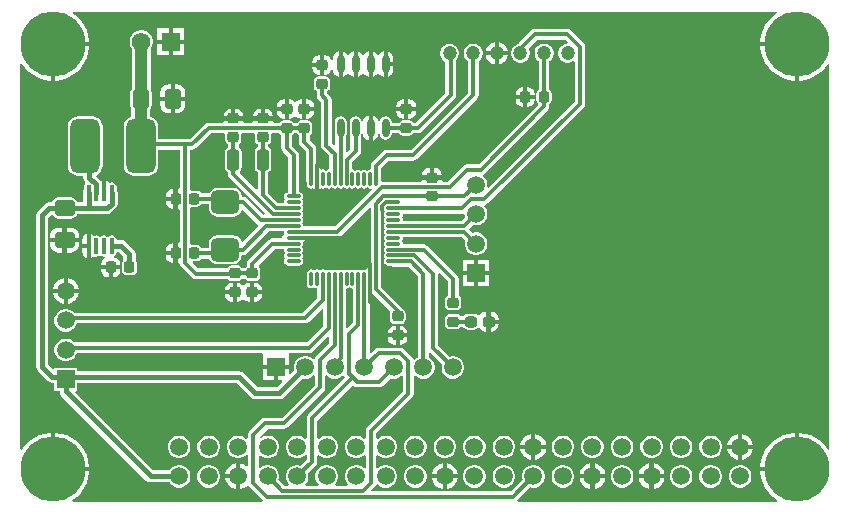
<source format=gtl>
G04*
G04 #@! TF.GenerationSoftware,Altium Limited,Altium Designer,24.1.2 (44)*
G04*
G04 Layer_Physical_Order=1*
G04 Layer_Color=8420607*
%FSLAX44Y44*%
%MOMM*%
G71*
G04*
G04 #@! TF.SameCoordinates,47F7E096-FCAE-4DA0-9534-1F3D085AFBD9*
G04*
G04*
G04 #@! TF.FilePolarity,Positive*
G04*
G01*
G75*
G04:AMPARAMS|DCode=10|XSize=1mm|YSize=1.8mm|CornerRadius=0.25mm|HoleSize=0mm|Usage=FLASHONLY|Rotation=180.000|XOffset=0mm|YOffset=0mm|HoleType=Round|Shape=RoundedRectangle|*
%AMROUNDEDRECTD10*
21,1,1.0000,1.3000,0,0,180.0*
21,1,0.5000,1.8000,0,0,180.0*
1,1,0.5000,-0.2500,0.6500*
1,1,0.5000,0.2500,0.6500*
1,1,0.5000,0.2500,-0.6500*
1,1,0.5000,-0.2500,-0.6500*
%
%ADD10ROUNDEDRECTD10*%
G04:AMPARAMS|DCode=11|XSize=0.95mm|YSize=0.9mm|CornerRadius=0.225mm|HoleSize=0mm|Usage=FLASHONLY|Rotation=90.000|XOffset=0mm|YOffset=0mm|HoleType=Round|Shape=RoundedRectangle|*
%AMROUNDEDRECTD11*
21,1,0.9500,0.4500,0,0,90.0*
21,1,0.5000,0.9000,0,0,90.0*
1,1,0.4500,0.2250,0.2500*
1,1,0.4500,0.2250,-0.2500*
1,1,0.4500,-0.2250,-0.2500*
1,1,0.4500,-0.2250,0.2500*
%
%ADD11ROUNDEDRECTD11*%
G04:AMPARAMS|DCode=12|XSize=0.95mm|YSize=0.9mm|CornerRadius=0.225mm|HoleSize=0mm|Usage=FLASHONLY|Rotation=0.000|XOffset=0mm|YOffset=0mm|HoleType=Round|Shape=RoundedRectangle|*
%AMROUNDEDRECTD12*
21,1,0.9500,0.4500,0,0,0.0*
21,1,0.5000,0.9000,0,0,0.0*
1,1,0.4500,0.2500,-0.2250*
1,1,0.4500,-0.2500,-0.2250*
1,1,0.4500,-0.2500,0.2250*
1,1,0.4500,0.2500,0.2250*
%
%ADD12ROUNDEDRECTD12*%
G04:AMPARAMS|DCode=13|XSize=0.95mm|YSize=1mm|CornerRadius=0.2375mm|HoleSize=0mm|Usage=FLASHONLY|Rotation=90.000|XOffset=0mm|YOffset=0mm|HoleType=Round|Shape=RoundedRectangle|*
%AMROUNDEDRECTD13*
21,1,0.9500,0.5250,0,0,90.0*
21,1,0.4750,1.0000,0,0,90.0*
1,1,0.4750,0.2625,0.2375*
1,1,0.4750,0.2625,-0.2375*
1,1,0.4750,-0.2625,-0.2375*
1,1,0.4750,-0.2625,0.2375*
%
%ADD13ROUNDEDRECTD13*%
G04:AMPARAMS|DCode=14|XSize=2mm|YSize=2.4mm|CornerRadius=0.5mm|HoleSize=0mm|Usage=FLASHONLY|Rotation=270.000|XOffset=0mm|YOffset=0mm|HoleType=Round|Shape=RoundedRectangle|*
%AMROUNDEDRECTD14*
21,1,2.0000,1.4000,0,0,270.0*
21,1,1.0000,2.4000,0,0,270.0*
1,1,1.0000,-0.7000,-0.5000*
1,1,1.0000,-0.7000,0.5000*
1,1,1.0000,0.7000,0.5000*
1,1,1.0000,0.7000,-0.5000*
%
%ADD14ROUNDEDRECTD14*%
%ADD15O,0.6000X1.5500*%
G04:AMPARAMS|DCode=16|XSize=1.75mm|YSize=1.4mm|CornerRadius=0.35mm|HoleSize=0mm|Usage=FLASHONLY|Rotation=270.000|XOffset=0mm|YOffset=0mm|HoleType=Round|Shape=RoundedRectangle|*
%AMROUNDEDRECTD16*
21,1,1.7500,0.7000,0,0,270.0*
21,1,1.0500,1.4000,0,0,270.0*
1,1,0.7000,-0.3500,-0.5250*
1,1,0.7000,-0.3500,0.5250*
1,1,0.7000,0.3500,0.5250*
1,1,0.7000,0.3500,-0.5250*
%
%ADD16ROUNDEDRECTD16*%
%ADD17O,0.4000X1.4000*%
G04:AMPARAMS|DCode=18|XSize=4.6mm|YSize=2.5mm|CornerRadius=0.625mm|HoleSize=0mm|Usage=FLASHONLY|Rotation=270.000|XOffset=0mm|YOffset=0mm|HoleType=Round|Shape=RoundedRectangle|*
%AMROUNDEDRECTD18*
21,1,4.6000,1.2500,0,0,270.0*
21,1,3.3500,2.5000,0,0,270.0*
1,1,1.2500,-0.6250,-1.6750*
1,1,1.2500,-0.6250,1.6750*
1,1,1.2500,0.6250,1.6750*
1,1,1.2500,0.6250,-1.6750*
%
%ADD18ROUNDEDRECTD18*%
G04:AMPARAMS|DCode=19|XSize=1.75mm|YSize=1.4mm|CornerRadius=0.35mm|HoleSize=0mm|Usage=FLASHONLY|Rotation=180.000|XOffset=0mm|YOffset=0mm|HoleType=Round|Shape=RoundedRectangle|*
%AMROUNDEDRECTD19*
21,1,1.7500,0.7000,0,0,180.0*
21,1,1.0500,1.4000,0,0,180.0*
1,1,0.7000,-0.5250,0.3500*
1,1,0.7000,0.5250,0.3500*
1,1,0.7000,0.5250,-0.3500*
1,1,0.7000,-0.5250,-0.3500*
%
%ADD19ROUNDEDRECTD19*%
%ADD20O,1.2000X0.3000*%
%ADD21O,0.3000X1.2000*%
%ADD22C,0.4000*%
%ADD23C,0.3000*%
%ADD24C,1.0000*%
%ADD25C,5.5000*%
%ADD26C,1.5080*%
%ADD27R,1.5080X1.5080*%
%ADD28C,1.2000*%
%ADD29R,1.5080X1.5080*%
%ADD30R,1.5750X1.5750*%
%ADD31C,1.5750*%
G36*
X201203Y313430D02*
X201167Y313250D01*
Y308750D01*
X201497Y307092D01*
X202436Y305686D01*
X203412Y305034D01*
Y302517D01*
X202256Y301744D01*
X201261Y300256D01*
X200912Y298500D01*
Y285500D01*
X201261Y283744D01*
X202256Y282256D01*
X203412Y281483D01*
Y267665D01*
X202239Y267179D01*
X188503Y280914D01*
X188628Y282178D01*
X188744Y282256D01*
X189739Y283744D01*
X190088Y285500D01*
Y298500D01*
X189739Y300256D01*
X188744Y301744D01*
X187588Y302517D01*
Y305034D01*
X188564Y305686D01*
X189503Y307092D01*
X189833Y308750D01*
Y313250D01*
X189797Y313430D01*
X190603Y314412D01*
X200397D01*
X201203Y313430D01*
D02*
G37*
G36*
X222436Y313686D02*
X223412Y313034D01*
Y302000D01*
X223761Y300244D01*
X224756Y298756D01*
X229412Y294100D01*
Y264551D01*
X228134Y264297D01*
X226977Y263523D01*
X226203Y262366D01*
X225931Y261000D01*
X226203Y259634D01*
X226961Y258500D01*
X226203Y257366D01*
X225931Y256000D01*
X225593Y255588D01*
X220900D01*
X212588Y263900D01*
Y281483D01*
X213744Y282256D01*
X214739Y283744D01*
X215088Y285500D01*
Y298500D01*
X214739Y300256D01*
X213744Y301744D01*
X212588Y302517D01*
Y305034D01*
X213564Y305686D01*
X214503Y307092D01*
X214833Y308750D01*
Y313250D01*
X214797Y313430D01*
X215603Y314412D01*
X221951D01*
X222436Y313686D01*
D02*
G37*
G36*
X161940Y251000D02*
X162180Y249173D01*
X162885Y247470D01*
X164007Y246007D01*
X165470Y244886D01*
X167173Y244180D01*
X169000Y243940D01*
X183000D01*
X184827Y244180D01*
X186530Y244886D01*
X187992Y246007D01*
X189114Y247470D01*
X189739Y248977D01*
X190993Y249518D01*
X202756Y237756D01*
X203784Y237069D01*
X204104Y235593D01*
X190993Y222482D01*
X189739Y223023D01*
X189114Y224530D01*
X187992Y225992D01*
X186530Y227114D01*
X184827Y227820D01*
X183000Y228060D01*
X169000D01*
X167173Y227820D01*
X165470Y227114D01*
X164007Y225992D01*
X162885Y224530D01*
X162180Y222827D01*
X161940Y221000D01*
Y217588D01*
X155966D01*
X155314Y218564D01*
X153908Y219503D01*
X152250Y219833D01*
X147750D01*
X147570Y219797D01*
X146588Y220603D01*
Y251397D01*
X147570Y252202D01*
X147750Y252167D01*
X152250D01*
X153908Y252496D01*
X155314Y253436D01*
X155966Y254412D01*
X161940D01*
Y251000D01*
D02*
G37*
G36*
X176203Y313430D02*
X176167Y313250D01*
Y308750D01*
X176497Y307092D01*
X177436Y305686D01*
X178412Y305034D01*
Y302517D01*
X177256Y301744D01*
X176261Y300256D01*
X175912Y298500D01*
Y285500D01*
X176261Y283744D01*
X177256Y282256D01*
X178412Y281483D01*
Y279929D01*
X178761Y278173D01*
X179756Y276685D01*
X209679Y246761D01*
X209193Y245588D01*
X207901D01*
X194244Y259244D01*
X192756Y260239D01*
X191000Y260588D01*
X190060D01*
Y261000D01*
X189820Y262827D01*
X189114Y264530D01*
X187992Y265992D01*
X186530Y267115D01*
X184827Y267820D01*
X183000Y268060D01*
X169000D01*
X167173Y267820D01*
X165470Y267115D01*
X164007Y265992D01*
X162885Y264530D01*
X162495Y263588D01*
X155966D01*
X155314Y264564D01*
X153908Y265503D01*
X152250Y265833D01*
X147750D01*
X147570Y265797D01*
X146588Y266603D01*
Y300412D01*
X148118D01*
X149874Y300761D01*
X151363Y301756D01*
X164019Y314412D01*
X175397D01*
X176203Y313430D01*
D02*
G37*
G36*
X378960Y245572D02*
Y244744D01*
X379339Y243328D01*
X376600Y240588D01*
X326907D01*
X326569Y241000D01*
X326297Y242366D01*
X325539Y243500D01*
X326297Y244634D01*
X326569Y246000D01*
X326907Y246412D01*
X376871D01*
X377690Y246575D01*
X378960Y245572D01*
D02*
G37*
G36*
X643295Y416181D02*
X639805Y413646D01*
X636354Y410195D01*
X633486Y406247D01*
X631271Y401900D01*
X629763Y397259D01*
X629000Y392440D01*
Y391750D01*
X660000D01*
Y390000D01*
X661750D01*
Y359000D01*
X662440D01*
X667259Y359763D01*
X671900Y361271D01*
X676247Y363486D01*
X680195Y366354D01*
X683645Y369805D01*
X686181Y373295D01*
X687451Y372882D01*
Y47118D01*
X686181Y46705D01*
X683645Y50195D01*
X680195Y53646D01*
X676247Y56514D01*
X671900Y58729D01*
X667259Y60237D01*
X662440Y61000D01*
X661750D01*
Y30000D01*
X660000D01*
Y28250D01*
X629000D01*
Y27560D01*
X629763Y22741D01*
X631271Y18100D01*
X633486Y13752D01*
X636354Y9805D01*
X639805Y6355D01*
X643295Y3819D01*
X642882Y2549D01*
X423834D01*
X423307Y3819D01*
X434328Y14839D01*
X435744Y14460D01*
X438256D01*
X440682Y15110D01*
X442858Y16366D01*
X444634Y18142D01*
X445890Y20318D01*
X446540Y22744D01*
Y25256D01*
X445890Y27682D01*
X444634Y29858D01*
X442858Y31634D01*
X440682Y32890D01*
X438256Y33540D01*
X435744D01*
X433318Y32890D01*
X431142Y31634D01*
X429366Y29858D01*
X428110Y27682D01*
X427460Y25256D01*
Y22744D01*
X427840Y21328D01*
X417696Y11185D01*
X300333D01*
X299846Y12358D01*
X302759Y15270D01*
X303754Y16759D01*
X303787Y16926D01*
X305165Y17344D01*
X306142Y16366D01*
X308318Y15110D01*
X310744Y14460D01*
X313256D01*
X315682Y15110D01*
X317858Y16366D01*
X319634Y18142D01*
X320890Y20318D01*
X321540Y22744D01*
Y25256D01*
X320890Y27682D01*
X319634Y29858D01*
X317858Y31634D01*
X315682Y32890D01*
X313256Y33540D01*
X310744D01*
X308318Y32890D01*
X306142Y31634D01*
X305373Y30864D01*
X304103Y31390D01*
Y41610D01*
X305373Y42136D01*
X306142Y41366D01*
X308318Y40110D01*
X310744Y39460D01*
X313256D01*
X315682Y40110D01*
X317858Y41366D01*
X319634Y43142D01*
X320890Y45318D01*
X321540Y47744D01*
Y50256D01*
X320890Y52682D01*
X319634Y54858D01*
X317858Y56634D01*
X315682Y57890D01*
X313256Y58540D01*
X310744D01*
X308318Y57890D01*
X306142Y56634D01*
X305373Y55864D01*
X304103Y56390D01*
Y60614D01*
X334254Y90765D01*
X335248Y92254D01*
X335598Y94010D01*
Y109115D01*
X336868Y109641D01*
X337892Y108616D01*
X340068Y107360D01*
X342494Y106710D01*
X345006D01*
X347432Y107360D01*
X349608Y108616D01*
X351384Y110392D01*
X352640Y112568D01*
X353290Y114994D01*
Y117506D01*
X352640Y119932D01*
X351384Y122108D01*
X349608Y123884D01*
X348338Y124617D01*
Y128377D01*
X349608Y128903D01*
X359589Y118922D01*
X359210Y117506D01*
Y114994D01*
X359860Y112568D01*
X361116Y110392D01*
X362892Y108616D01*
X365068Y107360D01*
X367494Y106710D01*
X370006D01*
X372432Y107360D01*
X374608Y108616D01*
X376384Y110392D01*
X377640Y112568D01*
X378290Y114994D01*
Y117506D01*
X377640Y119932D01*
X376384Y122108D01*
X374608Y123884D01*
X372432Y125140D01*
X370006Y125790D01*
X367494D01*
X366078Y125411D01*
X356588Y134901D01*
Y195000D01*
X356557Y195159D01*
X357727Y195784D01*
X364412Y189100D01*
Y176966D01*
X363436Y176314D01*
X362497Y174908D01*
X362167Y173250D01*
Y168750D01*
X362497Y167092D01*
X363436Y165686D01*
X364842Y164747D01*
X366500Y164417D01*
X371500D01*
X373158Y164747D01*
X374564Y165686D01*
X375503Y167092D01*
X375833Y168750D01*
Y173250D01*
X375503Y174908D01*
X374564Y176314D01*
X373588Y176966D01*
Y191000D01*
X373239Y192756D01*
X372244Y194244D01*
X347244Y219244D01*
X345756Y220239D01*
X344000Y220588D01*
X326907D01*
X326569Y221000D01*
X326297Y222366D01*
X325539Y223500D01*
X326297Y224634D01*
X326569Y226000D01*
X326907Y226412D01*
X376599D01*
X379339Y223672D01*
X378960Y222256D01*
Y219744D01*
X379610Y217318D01*
X380866Y215142D01*
X382642Y213366D01*
X384818Y212110D01*
X387244Y211460D01*
X389756D01*
X392182Y212110D01*
X394358Y213366D01*
X396134Y215142D01*
X397390Y217318D01*
X398040Y219744D01*
Y222256D01*
X397390Y224682D01*
X396134Y226858D01*
X394358Y228634D01*
X392182Y229890D01*
X389756Y230540D01*
X387244D01*
X385828Y230161D01*
X382489Y233500D01*
X385828Y236839D01*
X387244Y236460D01*
X389756D01*
X392182Y237110D01*
X394358Y238366D01*
X396134Y240142D01*
X397390Y242318D01*
X398040Y244744D01*
Y247256D01*
X397390Y249682D01*
X396134Y251858D01*
X395432Y252560D01*
X395427Y252808D01*
X395874Y253913D01*
X397165Y254170D01*
X398653Y255165D01*
X479744Y336256D01*
X480739Y337744D01*
X481088Y339500D01*
Y387500D01*
X480739Y389256D01*
X479744Y390744D01*
X468994Y401494D01*
X467506Y402489D01*
X465750Y402838D01*
X438250D01*
X436494Y402489D01*
X435006Y401494D01*
X424478Y390966D01*
X423792Y389941D01*
X422912Y389705D01*
X421088Y388652D01*
X419599Y387162D01*
X418545Y385338D01*
X418000Y383303D01*
Y381197D01*
X418545Y379162D01*
X419599Y377338D01*
X421088Y375848D01*
X422912Y374795D01*
X424947Y374250D01*
X427053D01*
X429088Y374795D01*
X430912Y375848D01*
X432402Y377338D01*
X433455Y379162D01*
X434000Y381197D01*
Y383303D01*
X433455Y385338D01*
X432859Y386370D01*
X440150Y393662D01*
X463849D01*
X465991Y391520D01*
X465465Y390250D01*
X464947D01*
X462912Y389705D01*
X461088Y388652D01*
X459598Y387162D01*
X458545Y385338D01*
X458000Y383303D01*
Y381197D01*
X458545Y379162D01*
X459598Y377338D01*
X461088Y375848D01*
X462912Y374795D01*
X464947Y374250D01*
X467053D01*
X469088Y374795D01*
X470642Y375692D01*
X471912Y375224D01*
Y341400D01*
X399025Y268514D01*
X397886Y269171D01*
X398040Y269744D01*
Y272256D01*
X397390Y274682D01*
X396134Y276858D01*
X394637Y278355D01*
X394609Y278440D01*
X394647Y279480D01*
X394776Y279859D01*
X395744Y280506D01*
X449244Y334006D01*
X450239Y335494D01*
X450588Y337250D01*
Y339201D01*
X451314Y339686D01*
X452253Y341092D01*
X452583Y342750D01*
Y347750D01*
X452253Y349408D01*
X451314Y350814D01*
X450588Y351299D01*
Y375661D01*
X450912Y375848D01*
X452402Y377338D01*
X453455Y379162D01*
X454000Y381197D01*
Y383303D01*
X453455Y385338D01*
X452402Y387162D01*
X450912Y388652D01*
X449088Y389705D01*
X447053Y390250D01*
X444947D01*
X442912Y389705D01*
X441088Y388652D01*
X439598Y387162D01*
X438545Y385338D01*
X438000Y383303D01*
Y381197D01*
X438545Y379162D01*
X439598Y377338D01*
X441088Y375848D01*
X441412Y375661D01*
Y351299D01*
X440686Y350814D01*
X439747Y349408D01*
X439417Y347750D01*
Y342750D01*
X439747Y341092D01*
X440686Y339686D01*
X440526Y338265D01*
X390600Y288338D01*
X380750D01*
X378994Y287989D01*
X377506Y286994D01*
X364100Y273588D01*
X360132D01*
X359327Y274570D01*
X359363Y274750D01*
Y275250D01*
X342637D01*
Y274750D01*
X342673Y274570D01*
X341867Y273588D01*
X309129D01*
X308802Y273845D01*
X308131Y274710D01*
X308338Y275750D01*
Y284849D01*
X314900Y291412D01*
X335000D01*
X336756Y291761D01*
X338244Y292756D01*
X389244Y343756D01*
X390239Y345244D01*
X390588Y347000D01*
Y375661D01*
X390912Y375848D01*
X392402Y377338D01*
X393455Y379162D01*
X394000Y381197D01*
Y383303D01*
X393455Y385338D01*
X392402Y387162D01*
X390912Y388652D01*
X389088Y389705D01*
X387053Y390250D01*
X384947D01*
X382912Y389705D01*
X381088Y388652D01*
X379599Y387162D01*
X378545Y385338D01*
X378000Y383303D01*
Y381197D01*
X378545Y379162D01*
X379599Y377338D01*
X381088Y375848D01*
X381412Y375661D01*
Y348900D01*
X333100Y300588D01*
X313000D01*
X311244Y300239D01*
X309756Y299244D01*
X300506Y289994D01*
X299511Y288506D01*
X299162Y286750D01*
Y284157D01*
X298750Y283819D01*
X297384Y283547D01*
X296250Y282789D01*
X295116Y283547D01*
X293750Y283819D01*
X292384Y283547D01*
X291250Y282789D01*
X290116Y283547D01*
X288750Y283819D01*
X287384Y283547D01*
X286250Y282789D01*
X285116Y283547D01*
X283750Y283819D01*
X283338Y284157D01*
Y289849D01*
X289694Y296206D01*
X290689Y297694D01*
X291038Y299450D01*
Y312117D01*
X291160Y312299D01*
X291407Y313539D01*
X292693Y313497D01*
X292817Y312553D01*
X293472Y310972D01*
X294514Y309614D01*
X295872Y308572D01*
X297400Y307939D01*
Y319000D01*
Y330061D01*
X295872Y329428D01*
X294514Y328386D01*
X293472Y327028D01*
X292817Y325447D01*
X292693Y324503D01*
X291407Y324461D01*
X291160Y325701D01*
X290055Y327355D01*
X288401Y328460D01*
X286450Y328848D01*
X284499Y328460D01*
X282845Y327355D01*
X281740Y325701D01*
X281352Y323750D01*
Y314250D01*
X281740Y312299D01*
X281862Y312117D01*
Y301350D01*
X279512Y299000D01*
X278338Y299486D01*
Y312117D01*
X278460Y312299D01*
X278848Y314250D01*
Y323750D01*
X278460Y325701D01*
X277355Y327355D01*
X275701Y328460D01*
X273750Y328848D01*
X271799Y328460D01*
X270145Y327355D01*
X269040Y325701D01*
X268652Y323750D01*
Y314250D01*
X269040Y312299D01*
X269162Y312117D01*
Y304851D01*
X267988Y304365D01*
X266338Y306015D01*
Y342750D01*
X265989Y344506D01*
X264994Y345994D01*
X262588Y348400D01*
Y350284D01*
X263564Y350936D01*
X264503Y352342D01*
X264833Y354000D01*
Y358500D01*
X264503Y360158D01*
X263564Y361564D01*
X262158Y362503D01*
X260500Y362833D01*
X255500D01*
X253842Y362503D01*
X252436Y361564D01*
X251497Y360158D01*
X251167Y358500D01*
Y354000D01*
X251497Y352342D01*
X252436Y350936D01*
X253412Y350284D01*
Y346500D01*
X253761Y344744D01*
X254756Y343256D01*
X257162Y340849D01*
Y304115D01*
X257511Y302359D01*
X258506Y300871D01*
X264162Y295215D01*
Y284157D01*
X263750Y283819D01*
X262384Y283547D01*
X261250Y282789D01*
X260116Y283547D01*
X258750Y283819D01*
X257540Y283578D01*
X257355Y283855D01*
X255701Y284960D01*
X253750Y285348D01*
X253338Y285686D01*
Y301250D01*
X252989Y303006D01*
X251994Y304494D01*
X247588Y308901D01*
Y313034D01*
X248564Y313686D01*
X249503Y315092D01*
X249833Y316750D01*
Y321250D01*
X249503Y322908D01*
X248564Y324314D01*
X247158Y325253D01*
X245500Y325583D01*
X240500D01*
X238842Y325253D01*
X237436Y324314D01*
X236951Y323588D01*
X234049D01*
X233564Y324314D01*
X232158Y325253D01*
X230500Y325583D01*
X225500D01*
X223842Y325253D01*
X222436Y324314D01*
X221951Y323588D01*
X217132D01*
X216327Y324570D01*
X216363Y324750D01*
Y325250D01*
X199637D01*
Y324750D01*
X199673Y324570D01*
X198867Y323588D01*
X192132D01*
X191327Y324570D01*
X191363Y324750D01*
Y325250D01*
X174637D01*
Y324750D01*
X174673Y324570D01*
X173867Y323588D01*
X162118D01*
X160362Y323239D01*
X158874Y322244D01*
X146218Y309588D01*
X119196D01*
Y320375D01*
X118913Y322529D01*
X118081Y324536D01*
X116759Y326259D01*
X115036Y327581D01*
X113029Y328413D01*
X112694Y328457D01*
Y335313D01*
X113306Y336229D01*
X113733Y338375D01*
Y348875D01*
X113306Y351021D01*
X112881Y351656D01*
Y385916D01*
X112902Y385937D01*
X114202Y388188D01*
X114875Y390700D01*
Y393300D01*
X114202Y395812D01*
X112902Y398063D01*
X111063Y399902D01*
X108812Y401202D01*
X106300Y401875D01*
X103700D01*
X101188Y401202D01*
X98937Y399902D01*
X97098Y398063D01*
X95798Y395812D01*
X95125Y393300D01*
Y390700D01*
X95798Y388188D01*
X96743Y386551D01*
Y352217D01*
X95944Y351021D01*
X95517Y348875D01*
Y338375D01*
X95944Y336229D01*
X96556Y335313D01*
Y328457D01*
X96221Y328413D01*
X94214Y327581D01*
X92491Y326259D01*
X91169Y324536D01*
X90337Y322529D01*
X90054Y320375D01*
Y286875D01*
X90337Y284721D01*
X91169Y282714D01*
X92491Y280991D01*
X94214Y279669D01*
X96221Y278837D01*
X98375Y278554D01*
X110875D01*
X113029Y278837D01*
X115036Y279669D01*
X116759Y280991D01*
X118081Y282714D01*
X118913Y284721D01*
X119196Y286875D01*
Y300412D01*
X137412D01*
Y268132D01*
X136430Y267327D01*
X136250Y267363D01*
X135750D01*
Y259000D01*
Y250637D01*
X136250D01*
X136430Y250673D01*
X137412Y249867D01*
Y222132D01*
X136430Y221327D01*
X136250Y221363D01*
X135750D01*
Y213000D01*
Y204637D01*
X136250D01*
X136556Y204698D01*
X137612Y203993D01*
X137761Y203244D01*
X138756Y201756D01*
X148131Y192381D01*
X149619Y191386D01*
X151375Y191037D01*
X178201D01*
X178436Y190686D01*
X179842Y189747D01*
X181500Y189417D01*
X186500D01*
X188158Y189747D01*
X189564Y190686D01*
X190049Y191412D01*
X192951D01*
X193436Y190686D01*
X194842Y189747D01*
X196500Y189417D01*
X201500D01*
X203158Y189747D01*
X204564Y190686D01*
X205503Y192092D01*
X205833Y193750D01*
Y198250D01*
X205503Y199908D01*
X204564Y201314D01*
X204424Y202935D01*
X217901Y216412D01*
X225593D01*
X225931Y216000D01*
X226203Y214634D01*
X226961Y213500D01*
X226203Y212366D01*
X225931Y211000D01*
X226203Y209634D01*
X226961Y208500D01*
X226203Y207366D01*
X225931Y206000D01*
X226203Y204634D01*
X226977Y203477D01*
X228134Y202703D01*
X229500Y202431D01*
X238500D01*
X239866Y202703D01*
X241023Y203477D01*
X241797Y204634D01*
X242069Y206000D01*
X241797Y207366D01*
X241039Y208500D01*
X241797Y209634D01*
X242069Y211000D01*
X241797Y212366D01*
X241039Y213500D01*
X241797Y214634D01*
X242069Y216000D01*
X241797Y217366D01*
X241039Y218500D01*
X241797Y219634D01*
X242069Y221000D01*
X241828Y222210D01*
X242105Y222395D01*
X243210Y224049D01*
X243598Y226000D01*
X243936Y226412D01*
X271000D01*
X272756Y226761D01*
X274244Y227756D01*
X297988Y251500D01*
X299162Y251014D01*
Y201186D01*
X298750Y200848D01*
X296799Y200460D01*
X295145Y199355D01*
X294960Y199078D01*
X293750Y199319D01*
X292384Y199047D01*
X291250Y198289D01*
X290116Y199047D01*
X288750Y199319D01*
X287384Y199047D01*
X286250Y198289D01*
X285116Y199047D01*
X283750Y199319D01*
X282384Y199047D01*
X281250Y198289D01*
X280116Y199047D01*
X278750Y199319D01*
X277384Y199047D01*
X276250Y198289D01*
X275116Y199047D01*
X273750Y199319D01*
X272384Y199047D01*
X271250Y198289D01*
X270116Y199047D01*
X268750Y199319D01*
X267384Y199047D01*
X266250Y198289D01*
X265116Y199047D01*
X263750Y199319D01*
X262384Y199047D01*
X261250Y198289D01*
X260116Y199047D01*
X258750Y199319D01*
X257384Y199047D01*
X256250Y198289D01*
X255116Y199047D01*
X253750Y199319D01*
X252384Y199047D01*
X251250Y198289D01*
X250116Y199047D01*
X248750Y199319D01*
X247384Y199047D01*
X246227Y198273D01*
X245453Y197116D01*
X245181Y195750D01*
Y186750D01*
X245453Y185384D01*
X246227Y184227D01*
X247384Y183453D01*
X248750Y183181D01*
X250116Y183453D01*
X251250Y184211D01*
X252384Y183453D01*
X253750Y183181D01*
X254162Y182843D01*
Y175034D01*
X241716Y162588D01*
X47903D01*
X46858Y163634D01*
X44682Y164890D01*
X42256Y165540D01*
X39744D01*
X37318Y164890D01*
X35142Y163634D01*
X33366Y161858D01*
X32110Y159682D01*
X31460Y157256D01*
Y154744D01*
X32110Y152318D01*
X33366Y150142D01*
X35142Y148366D01*
X37318Y147110D01*
X39744Y146460D01*
X42256D01*
X44682Y147110D01*
X46858Y148366D01*
X48634Y150142D01*
X49890Y152318D01*
X50183Y153412D01*
X243616D01*
X245372Y153761D01*
X246861Y154756D01*
X257988Y165884D01*
X259162Y165398D01*
Y151612D01*
X245138Y137588D01*
X47903D01*
X46858Y138634D01*
X44682Y139890D01*
X42256Y140540D01*
X39744D01*
X37318Y139890D01*
X35142Y138634D01*
X33366Y136858D01*
X32110Y134682D01*
X31460Y132256D01*
Y129744D01*
X32110Y127318D01*
X33366Y125142D01*
X35142Y123366D01*
X37318Y122110D01*
X39744Y121460D01*
X42256D01*
X44682Y122110D01*
X46858Y123366D01*
X48634Y125142D01*
X49890Y127318D01*
X50183Y128412D01*
X207352D01*
X207710Y127290D01*
X207710D01*
Y118000D01*
X218750D01*
X229790D01*
Y127290D01*
X229790D01*
X230148Y128412D01*
X247039D01*
X248794Y128761D01*
X250283Y129756D01*
X262988Y142461D01*
X264162Y141975D01*
Y136758D01*
X253004Y125600D01*
X252009Y124111D01*
X251871Y123417D01*
X250493Y122999D01*
X249608Y123884D01*
X247432Y125140D01*
X245006Y125790D01*
X242494D01*
X240068Y125140D01*
X237892Y123884D01*
X236116Y122108D01*
X234860Y119932D01*
X234210Y117506D01*
Y114994D01*
X234437Y114147D01*
X230963Y110673D01*
X229790Y111159D01*
Y114500D01*
X220500D01*
Y105210D01*
X223841D01*
X224327Y104037D01*
X219769Y99479D01*
X203731D01*
X191605Y111605D01*
X189951Y112710D01*
X188000Y113098D01*
X50540D01*
Y115540D01*
X31460D01*
Y115409D01*
X30287Y114923D01*
X26098Y119112D01*
Y242888D01*
X28322Y245113D01*
X28568Y245160D01*
X29886Y244880D01*
X30785Y243535D01*
X32604Y242319D01*
X34750Y241892D01*
X45250D01*
X47396Y242319D01*
X49215Y243535D01*
X50431Y245354D01*
X50540Y245902D01*
X76078D01*
X78029Y246290D01*
X79683Y247395D01*
X83605Y251317D01*
X84710Y252971D01*
X85098Y254922D01*
Y264000D01*
X84710Y265951D01*
X84078Y266896D01*
Y269000D01*
X83768Y270561D01*
X82884Y271884D01*
X81561Y272768D01*
X80000Y273078D01*
X78439Y272768D01*
X77857Y272379D01*
X77465Y272965D01*
X75646Y274181D01*
X75250Y274260D01*
Y265752D01*
X74901Y264000D01*
X72098D01*
Y269000D01*
X71750Y270752D01*
Y274260D01*
X71354Y274181D01*
X70910Y273884D01*
X70105Y275090D01*
X67069Y278125D01*
X67317Y279371D01*
X68036Y279669D01*
X69759Y280991D01*
X71081Y282714D01*
X71913Y284721D01*
X72196Y286875D01*
Y320375D01*
X71913Y322529D01*
X71081Y324536D01*
X69759Y326259D01*
X68036Y327581D01*
X66029Y328413D01*
X63875Y328696D01*
X51375D01*
X49221Y328413D01*
X47214Y327581D01*
X45491Y326259D01*
X44169Y324536D01*
X43337Y322529D01*
X43054Y320375D01*
Y286875D01*
X43337Y284721D01*
X44169Y282714D01*
X45491Y280991D01*
X47214Y279669D01*
X49221Y278837D01*
X51375Y278554D01*
X55919D01*
Y276968D01*
X56307Y275017D01*
X57412Y273363D01*
X57730Y273045D01*
X57616Y271884D01*
X56732Y270561D01*
X56422Y269000D01*
Y266896D01*
X55790Y265951D01*
X55402Y264000D01*
Y256098D01*
X50540D01*
X50431Y256646D01*
X49215Y258465D01*
X47396Y259681D01*
X45250Y260108D01*
X34750D01*
X32604Y259681D01*
X30785Y258465D01*
X29569Y256646D01*
X29460Y256098D01*
X27000D01*
X25049Y255710D01*
X23395Y254605D01*
X17395Y248605D01*
X16290Y246951D01*
X15902Y245000D01*
Y117000D01*
X16290Y115049D01*
X17395Y113395D01*
X26198Y104592D01*
X27852Y103487D01*
X29803Y103099D01*
X31460D01*
Y96460D01*
X35902D01*
Y96000D01*
X36290Y94049D01*
X37395Y92395D01*
X109395Y20395D01*
X111049Y19290D01*
X113000Y18902D01*
X128927D01*
X129366Y18142D01*
X131142Y16366D01*
X133318Y15110D01*
X135744Y14460D01*
X138256D01*
X140682Y15110D01*
X142858Y16366D01*
X144634Y18142D01*
X145890Y20318D01*
X146540Y22744D01*
Y25256D01*
X145890Y27682D01*
X144634Y29858D01*
X142858Y31634D01*
X140682Y32890D01*
X138256Y33540D01*
X135744D01*
X133318Y32890D01*
X131142Y31634D01*
X129366Y29858D01*
X128927Y29098D01*
X115112D01*
X48923Y95287D01*
X49409Y96460D01*
X50540D01*
Y102902D01*
X185889D01*
X198015Y90776D01*
X199668Y89671D01*
X201619Y89283D01*
X221881D01*
X223832Y89671D01*
X225485Y90776D01*
X241647Y106937D01*
X242494Y106710D01*
X245006D01*
X247432Y107360D01*
X249608Y108616D01*
X250390Y109398D01*
X251660Y108872D01*
Y101148D01*
X224100Y73588D01*
X210000D01*
X208244Y73239D01*
X206756Y72244D01*
X196466Y61955D01*
X195472Y60466D01*
X195123Y58711D01*
Y56165D01*
X193853Y55639D01*
X192858Y56634D01*
X190682Y57890D01*
X188256Y58540D01*
X185744D01*
X183318Y57890D01*
X181142Y56634D01*
X179366Y54858D01*
X178110Y52682D01*
X177460Y50256D01*
Y47744D01*
X178110Y45318D01*
X179366Y43142D01*
X181142Y41366D01*
X183318Y40110D01*
X185744Y39460D01*
X188256D01*
X190682Y40110D01*
X192858Y41366D01*
X193853Y42361D01*
X195123Y41835D01*
Y33150D01*
X193949Y32664D01*
X193779Y32834D01*
X191261Y34288D01*
X188750Y34960D01*
Y24000D01*
Y13039D01*
X191261Y13712D01*
X193779Y15166D01*
X194426Y15813D01*
X196061Y15652D01*
X196466Y15045D01*
X207693Y3819D01*
X207167Y2549D01*
X47118D01*
X46705Y3819D01*
X50195Y6355D01*
X53646Y9805D01*
X56514Y13752D01*
X58729Y18100D01*
X60237Y22741D01*
X61000Y27560D01*
Y28250D01*
X30000D01*
Y30000D01*
X28250D01*
Y61000D01*
X27560D01*
X22741Y60237D01*
X18100Y58729D01*
X13752Y56514D01*
X9805Y53646D01*
X6355Y50195D01*
X3819Y46705D01*
X2549Y47118D01*
Y372882D01*
X3819Y373295D01*
X6355Y369805D01*
X9805Y366354D01*
X13752Y363486D01*
X18100Y361271D01*
X22741Y359763D01*
X27560Y359000D01*
X28250D01*
Y390000D01*
X30000D01*
Y391750D01*
X61000D01*
Y392440D01*
X60237Y397259D01*
X58729Y401900D01*
X56514Y406247D01*
X53646Y410195D01*
X50195Y413646D01*
X46705Y416181D01*
X47118Y417451D01*
X642882D01*
X643295Y416181D01*
D02*
G37*
G36*
X237436Y313686D02*
X238412Y313034D01*
Y307000D01*
X238761Y305244D01*
X239756Y303756D01*
X244162Y299349D01*
Y275750D01*
X244511Y273994D01*
X245181Y272991D01*
Y271250D01*
X245453Y269884D01*
X246227Y268727D01*
X247384Y267953D01*
X248750Y267681D01*
X249960Y267922D01*
X250145Y267645D01*
X251799Y266540D01*
X252000Y266500D01*
Y269813D01*
X252047Y269884D01*
X252319Y271250D01*
Y272991D01*
X252989Y273994D01*
X253339Y275750D01*
X255181D01*
Y271250D01*
X255453Y269884D01*
X255500Y269813D01*
Y266500D01*
X255701Y266540D01*
X257355Y267645D01*
X257540Y267922D01*
X258750Y267681D01*
X260116Y267953D01*
X261250Y268711D01*
X262384Y267953D01*
X263750Y267681D01*
X265116Y267953D01*
X266250Y268711D01*
X267384Y267953D01*
X268750Y267681D01*
X270116Y267953D01*
X271250Y268711D01*
X272384Y267953D01*
X273750Y267681D01*
X275116Y267953D01*
X276250Y268711D01*
X277384Y267953D01*
X278750Y267681D01*
X280116Y267953D01*
X281250Y268711D01*
X282384Y267953D01*
X283750Y267681D01*
X285116Y267953D01*
X286250Y268711D01*
X287384Y267953D01*
X288750Y267681D01*
X290116Y267953D01*
X291250Y268711D01*
X292384Y267953D01*
X293750Y267681D01*
X295116Y267953D01*
X296250Y268711D01*
X297384Y267953D01*
X298750Y267681D01*
X299557Y267842D01*
X300183Y266672D01*
X269100Y235588D01*
X242407D01*
X242069Y236000D01*
X241797Y237366D01*
X241039Y238500D01*
X241797Y239634D01*
X242069Y241000D01*
X241797Y242366D01*
X241039Y243500D01*
X241797Y244634D01*
X242069Y246000D01*
X241797Y247366D01*
X241039Y248500D01*
X241797Y249634D01*
X242069Y251000D01*
X241797Y252366D01*
X241039Y253500D01*
X241797Y254634D01*
X242069Y256000D01*
X241797Y257366D01*
X241039Y258500D01*
X241797Y259634D01*
X242069Y261000D01*
X241797Y262366D01*
X241023Y263523D01*
X239866Y264297D01*
X238588Y264551D01*
Y296000D01*
X238239Y297756D01*
X237244Y299244D01*
X232588Y303900D01*
Y313034D01*
X233564Y313686D01*
X234049Y314412D01*
X236951D01*
X237436Y313686D01*
D02*
G37*
G36*
X225931Y231000D02*
X226172Y229790D01*
X225895Y229605D01*
X224790Y227951D01*
X224402Y226000D01*
X224064Y225588D01*
X216000D01*
X214244Y225239D01*
X212756Y224244D01*
X195756Y207244D01*
X194761Y205756D01*
X194412Y204000D01*
Y201966D01*
X193436Y201314D01*
X192951Y200588D01*
X190049D01*
X189564Y201314D01*
X188158Y202253D01*
X186500Y202583D01*
X181500D01*
X179842Y202253D01*
X178436Y201314D01*
X177700Y200213D01*
X153275D01*
X148592Y204897D01*
X149118Y206167D01*
X152250D01*
X153908Y206497D01*
X155314Y207436D01*
X155966Y208412D01*
X162495D01*
X162885Y207470D01*
X164007Y206007D01*
X165470Y204886D01*
X167173Y204180D01*
X169000Y203939D01*
X183000D01*
X184827Y204180D01*
X186530Y204886D01*
X187992Y206007D01*
X189114Y207470D01*
X189820Y209173D01*
X190060Y211000D01*
Y211154D01*
X190743D01*
X192498Y211504D01*
X193987Y212498D01*
X212901Y231412D01*
X225593D01*
X225931Y231000D01*
D02*
G37*
G36*
X310395Y252395D02*
X310672Y252210D01*
X310431Y251000D01*
X310703Y249634D01*
X311461Y248500D01*
X310703Y247366D01*
X310431Y246000D01*
X310703Y244634D01*
X311461Y243500D01*
X310703Y242366D01*
X310431Y241000D01*
X310703Y239634D01*
X311461Y238500D01*
X310703Y237366D01*
X310431Y236000D01*
X310703Y234634D01*
X311461Y233500D01*
X310703Y232366D01*
X310431Y231000D01*
X310703Y229634D01*
X311461Y228500D01*
X310703Y227366D01*
X310431Y226000D01*
X310703Y224634D01*
X311461Y223500D01*
X310703Y222366D01*
X310431Y221000D01*
X310703Y219634D01*
X311461Y218500D01*
X310703Y217366D01*
X310431Y216000D01*
X310703Y214634D01*
X311461Y213500D01*
X310703Y212366D01*
X310431Y211000D01*
X310703Y209634D01*
X311461Y208500D01*
X310703Y207366D01*
X310431Y206000D01*
X310703Y204634D01*
X311477Y203477D01*
X312634Y202703D01*
X314000Y202431D01*
X315741D01*
X316744Y201761D01*
X318500Y201412D01*
X331100D01*
X339162Y193349D01*
Y124617D01*
X337892Y123884D01*
X336705Y122696D01*
X335327Y123114D01*
X335248Y123509D01*
X334254Y124997D01*
X327546Y131705D01*
X326058Y132700D01*
X324302Y133049D01*
X305961D01*
X304205Y132700D01*
X302716Y131705D01*
X299512Y128500D01*
X298338Y128986D01*
Y179402D01*
X298582Y179598D01*
X300285Y179336D01*
X300506Y179006D01*
X315739Y163772D01*
X315497Y163408D01*
X315167Y161750D01*
Y157250D01*
X315497Y155592D01*
X316436Y154186D01*
X317842Y153247D01*
X319500Y152917D01*
X324500D01*
X326158Y153247D01*
X327564Y154186D01*
X328503Y155592D01*
X328833Y157250D01*
Y161750D01*
X328503Y163408D01*
X327564Y164814D01*
X326252Y165691D01*
X326239Y165756D01*
X325244Y167244D01*
X308338Y184151D01*
Y191250D01*
Y252101D01*
X308815Y252537D01*
X310395Y252395D01*
D02*
G37*
G36*
X282384Y183453D02*
X283750Y183181D01*
X284162Y182843D01*
Y154134D01*
X279512Y149484D01*
X278338Y149970D01*
Y182843D01*
X278750Y183181D01*
X280116Y183453D01*
X281250Y184211D01*
X282384Y183453D01*
D02*
G37*
G36*
X326421Y108634D02*
Y95910D01*
X296270Y65759D01*
X295276Y64270D01*
X294926Y62515D01*
Y56361D01*
X293657Y55835D01*
X292858Y56634D01*
X290682Y57890D01*
X288256Y58540D01*
X285744D01*
X283318Y57890D01*
X281142Y56634D01*
X279366Y54858D01*
X278110Y52682D01*
X277460Y50256D01*
Y47744D01*
X278110Y45318D01*
X279366Y43142D01*
X281142Y41366D01*
X283318Y40110D01*
X285744Y39460D01*
X288256D01*
X290682Y40110D01*
X292858Y41366D01*
X293657Y42165D01*
X294926Y41639D01*
Y31361D01*
X293657Y30835D01*
X292858Y31634D01*
X290682Y32890D01*
X288256Y33540D01*
X285744D01*
X283318Y32890D01*
X281142Y31634D01*
X279366Y29858D01*
X278110Y27682D01*
X277460Y25256D01*
Y22744D01*
X278110Y20318D01*
X279366Y18142D01*
X280054Y17455D01*
X279528Y16185D01*
X269472D01*
X268946Y17455D01*
X269634Y18142D01*
X270890Y20318D01*
X271540Y22744D01*
Y25256D01*
X270890Y27682D01*
X269634Y29858D01*
X267858Y31634D01*
X265682Y32890D01*
X263256Y33540D01*
X260744D01*
X258318Y32890D01*
X256142Y31634D01*
X254366Y29858D01*
X253110Y27682D01*
X252460Y25256D01*
Y22744D01*
X253110Y20318D01*
X254366Y18142D01*
X255054Y17455D01*
X254528Y16185D01*
X244472D01*
X243946Y17455D01*
X244634Y18142D01*
X245890Y20318D01*
X246540Y22744D01*
Y25256D01*
X246161Y26672D01*
X252778Y33290D01*
X253773Y34778D01*
X254122Y36534D01*
Y41590D01*
X255392Y42116D01*
X256142Y41366D01*
X258318Y40110D01*
X260744Y39460D01*
X263256D01*
X265682Y40110D01*
X267858Y41366D01*
X269634Y43142D01*
X270890Y45318D01*
X271540Y47744D01*
Y50256D01*
X270890Y52682D01*
X269634Y54858D01*
X267858Y56634D01*
X265682Y57890D01*
X263256Y58540D01*
X260744D01*
X258318Y57890D01*
X256142Y56634D01*
X255392Y55884D01*
X254122Y56410D01*
Y71094D01*
X284270Y101241D01*
X284756Y100756D01*
X286244Y99761D01*
X288000Y99412D01*
X306500D01*
X308256Y99761D01*
X309744Y100756D01*
X316078Y107089D01*
X317494Y106710D01*
X320006D01*
X322432Y107360D01*
X324608Y108616D01*
X325151Y109160D01*
X326421Y108634D01*
D02*
G37*
G36*
X276884Y109121D02*
X277801Y107749D01*
X246290Y76238D01*
X245295Y74750D01*
X244946Y72994D01*
Y56342D01*
X243676Y55816D01*
X242858Y56634D01*
X240682Y57890D01*
X238256Y58540D01*
X235744D01*
X233318Y57890D01*
X231142Y56634D01*
X229366Y54858D01*
X228110Y52682D01*
X227460Y50256D01*
Y47744D01*
X228110Y45318D01*
X229366Y43142D01*
X231142Y41366D01*
X233318Y40110D01*
X235744Y39460D01*
X238256D01*
X240682Y40110D01*
X242858Y41366D01*
X243676Y42184D01*
X244946Y41658D01*
Y38435D01*
X239672Y33161D01*
X238256Y33540D01*
X235744D01*
X233318Y32890D01*
X231142Y31634D01*
X229366Y29858D01*
X228110Y27682D01*
X227460Y25256D01*
Y22744D01*
X228110Y20318D01*
X229366Y18142D01*
X230054Y17455D01*
X229528Y16185D01*
X226304D01*
X221161Y21328D01*
X221540Y22744D01*
Y25256D01*
X220890Y27682D01*
X219634Y29858D01*
X217858Y31634D01*
X215682Y32890D01*
X213256Y33540D01*
X210744D01*
X208318Y32890D01*
X206142Y31634D01*
X205569Y31060D01*
X204299Y31586D01*
Y41413D01*
X205569Y41940D01*
X206142Y41366D01*
X208318Y40110D01*
X210744Y39460D01*
X213256D01*
X215682Y40110D01*
X217858Y41366D01*
X219634Y43142D01*
X220890Y45318D01*
X221540Y47744D01*
Y50256D01*
X220890Y52682D01*
X219634Y54858D01*
X217858Y56634D01*
X215682Y57890D01*
X213256Y58540D01*
X210744D01*
X208318Y57890D01*
X206557Y56873D01*
X205403Y57232D01*
X205150Y57438D01*
X205113Y57624D01*
X211901Y64412D01*
X226000D01*
X227756Y64761D01*
X229244Y65756D01*
X259492Y96004D01*
X260487Y97492D01*
X260836Y99248D01*
Y108876D01*
X262106Y109402D01*
X262892Y108616D01*
X265068Y107360D01*
X267494Y106710D01*
X270006D01*
X272432Y107360D01*
X274608Y108616D01*
X275510Y109519D01*
X276884Y109121D01*
D02*
G37*
%LPC*%
G36*
X141375Y403375D02*
X131750D01*
Y393750D01*
X141375D01*
Y403375D01*
D02*
G37*
G36*
X128250D02*
X118625D01*
Y393750D01*
X128250D01*
Y403375D01*
D02*
G37*
G36*
X407750Y391616D02*
Y384000D01*
X415366D01*
X414853Y385917D01*
X413602Y388083D01*
X411833Y389852D01*
X409667Y391102D01*
X407750Y391616D01*
D02*
G37*
G36*
X404250D02*
X402333Y391102D01*
X400167Y389852D01*
X398398Y388083D01*
X397147Y385917D01*
X396634Y384000D01*
X404250D01*
Y391616D01*
D02*
G37*
G36*
X310100Y384061D02*
X308572Y383428D01*
X307214Y382386D01*
X306172Y381028D01*
X304828D01*
X303786Y382386D01*
X302428Y383428D01*
X300900Y384061D01*
Y373000D01*
Y361939D01*
X302428Y362572D01*
X303786Y363614D01*
X304828Y364972D01*
X306172D01*
X307214Y363614D01*
X308572Y362572D01*
X310100Y361939D01*
Y373000D01*
Y384061D01*
D02*
G37*
G36*
X297400D02*
X295872Y383428D01*
X294514Y382386D01*
X293472Y381028D01*
X292128D01*
X291086Y382386D01*
X289728Y383428D01*
X288200Y384061D01*
Y373000D01*
Y361939D01*
X289728Y362572D01*
X291086Y363614D01*
X292128Y364972D01*
X293472D01*
X294514Y363614D01*
X295872Y362572D01*
X297400Y361939D01*
Y373000D01*
Y384061D01*
D02*
G37*
G36*
X284700D02*
X283172Y383428D01*
X281814Y382386D01*
X280772Y381028D01*
X279428D01*
X278386Y382386D01*
X277028Y383428D01*
X275500Y384061D01*
Y373000D01*
Y361939D01*
X277028Y362572D01*
X278386Y363614D01*
X279428Y364972D01*
X280772D01*
X281814Y363614D01*
X283172Y362572D01*
X284700Y361939D01*
Y373000D01*
Y384061D01*
D02*
G37*
G36*
X141375Y390250D02*
X131750D01*
Y380625D01*
X141375D01*
Y390250D01*
D02*
G37*
G36*
X128250D02*
X118625D01*
Y380625D01*
X128250D01*
Y390250D01*
D02*
G37*
G36*
X272000Y384061D02*
X270472Y383428D01*
X269114Y382386D01*
X268072Y381028D01*
X267417Y379447D01*
X267194Y377750D01*
Y376831D01*
X265924Y376706D01*
X265916Y376744D01*
X264646Y378646D01*
X262743Y379916D01*
X260500Y380363D01*
X259750D01*
Y372250D01*
Y364137D01*
X260500D01*
X262743Y364584D01*
X264646Y365854D01*
X265916Y367757D01*
X265953Y367943D01*
X267240Y367901D01*
X267417Y366553D01*
X268072Y364972D01*
X269114Y363614D01*
X270472Y362572D01*
X272000Y361939D01*
Y373000D01*
Y384061D01*
D02*
G37*
G36*
X313600D02*
Y374750D01*
X318406D01*
Y377750D01*
X318183Y379447D01*
X317528Y381028D01*
X316486Y382386D01*
X315128Y383428D01*
X313600Y384061D01*
D02*
G37*
G36*
X256250Y380363D02*
X255500D01*
X253256Y379916D01*
X251355Y378646D01*
X250084Y376744D01*
X249637Y374500D01*
Y374000D01*
X256250D01*
Y380363D01*
D02*
G37*
G36*
X415366Y380500D02*
X407750D01*
Y372884D01*
X409667Y373397D01*
X411833Y374648D01*
X413602Y376417D01*
X414853Y378583D01*
X415366Y380500D01*
D02*
G37*
G36*
X404250D02*
X396634D01*
X397147Y378583D01*
X398398Y376417D01*
X400167Y374648D01*
X402333Y373397D01*
X404250Y372884D01*
Y380500D01*
D02*
G37*
G36*
X256250Y370500D02*
X249637D01*
Y370000D01*
X250084Y367757D01*
X251355Y365854D01*
X253256Y364584D01*
X255500Y364137D01*
X256250D01*
Y370500D01*
D02*
G37*
G36*
X318406Y371250D02*
X313600D01*
Y361939D01*
X315128Y362572D01*
X316486Y363614D01*
X317528Y364972D01*
X318183Y366553D01*
X318406Y368250D01*
Y371250D01*
D02*
G37*
G36*
X658250Y388250D02*
X629000D01*
Y387560D01*
X629763Y382741D01*
X631271Y378100D01*
X633486Y373753D01*
X636354Y369805D01*
X639805Y366354D01*
X643753Y363486D01*
X648100Y361271D01*
X652741Y359763D01*
X657560Y359000D01*
X658250D01*
Y388250D01*
D02*
G37*
G36*
X61000D02*
X31750D01*
Y359000D01*
X32440D01*
X37259Y359763D01*
X41900Y361271D01*
X46248Y363486D01*
X50195Y366354D01*
X53646Y369805D01*
X56514Y373753D01*
X58729Y378100D01*
X60237Y382741D01*
X61000Y387560D01*
Y388250D01*
D02*
G37*
G36*
X432250Y353613D02*
X431750D01*
Y347000D01*
X438113D01*
Y347750D01*
X437666Y349994D01*
X436395Y351895D01*
X434494Y353166D01*
X432250Y353613D01*
D02*
G37*
G36*
X428250D02*
X427750D01*
X425507Y353166D01*
X423605Y351895D01*
X422334Y349994D01*
X421887Y347750D01*
Y347000D01*
X428250D01*
Y353613D01*
D02*
G37*
G36*
X135125Y355935D02*
X133375D01*
Y345375D01*
X142185D01*
Y348875D01*
X141945Y350702D01*
X141240Y352405D01*
X140118Y353867D01*
X138655Y354990D01*
X136952Y355695D01*
X135125Y355935D01*
D02*
G37*
G36*
X129875D02*
X128125D01*
X126298Y355695D01*
X124595Y354990D01*
X123133Y353867D01*
X122011Y352405D01*
X121305Y350702D01*
X121065Y348875D01*
Y345375D01*
X129875D01*
Y355935D01*
D02*
G37*
G36*
X241250Y343113D02*
X240500D01*
X238256Y342666D01*
X236355Y341395D01*
X236135Y341067D01*
X234865D01*
X234646Y341395D01*
X232744Y342666D01*
X230500Y343113D01*
X229750D01*
Y335000D01*
Y326887D01*
X230500D01*
X232744Y327334D01*
X234646Y328604D01*
X234865Y328933D01*
X236135D01*
X236355Y328604D01*
X238256Y327334D01*
X240500Y326887D01*
X241250D01*
Y335000D01*
Y343113D01*
D02*
G37*
G36*
X438113Y343500D02*
X431750D01*
Y336887D01*
X432250D01*
X434494Y337334D01*
X436395Y338605D01*
X437666Y340507D01*
X438113Y342750D01*
Y343500D01*
D02*
G37*
G36*
X428250D02*
X421887D01*
Y342750D01*
X422334Y340507D01*
X423605Y338605D01*
X425507Y337334D01*
X427750Y336887D01*
X428250D01*
Y343500D01*
D02*
G37*
G36*
X331750Y343113D02*
X331000D01*
Y336750D01*
X337613D01*
Y337250D01*
X337166Y339493D01*
X335896Y341395D01*
X333993Y342666D01*
X331750Y343113D01*
D02*
G37*
G36*
X327500D02*
X326750D01*
X324506Y342666D01*
X322604Y341395D01*
X321334Y339493D01*
X320887Y337250D01*
Y336750D01*
X327500D01*
Y343113D01*
D02*
G37*
G36*
X245500Y343113D02*
X244750D01*
Y336750D01*
X251363D01*
Y337250D01*
X250916Y339493D01*
X249646Y341395D01*
X247743Y342666D01*
X245500Y343113D01*
D02*
G37*
G36*
X226250D02*
X225500D01*
X223256Y342666D01*
X221355Y341395D01*
X220084Y339493D01*
X219637Y337250D01*
Y336750D01*
X226250D01*
Y343113D01*
D02*
G37*
G36*
X142185Y341875D02*
X133375D01*
Y331315D01*
X135125D01*
X136952Y331555D01*
X138655Y332261D01*
X140118Y333383D01*
X141240Y334845D01*
X141945Y336548D01*
X142185Y338375D01*
Y341875D01*
D02*
G37*
G36*
X129875D02*
X121065D01*
Y338375D01*
X121305Y336548D01*
X122011Y334845D01*
X123133Y333383D01*
X124595Y332261D01*
X126298Y331555D01*
X128125Y331315D01*
X129875D01*
Y341875D01*
D02*
G37*
G36*
X210500Y335113D02*
X209750D01*
Y328750D01*
X216363D01*
Y329250D01*
X215916Y331493D01*
X214646Y333396D01*
X212743Y334666D01*
X210500Y335113D01*
D02*
G37*
G36*
X206250D02*
X205500D01*
X203256Y334666D01*
X201355Y333396D01*
X200084Y331493D01*
X199637Y329250D01*
Y328750D01*
X206250D01*
Y335113D01*
D02*
G37*
G36*
X185500D02*
X184750D01*
Y328750D01*
X191363D01*
Y329250D01*
X190916Y331493D01*
X189646Y333396D01*
X187743Y334666D01*
X185500Y335113D01*
D02*
G37*
G36*
X181250D02*
X180500D01*
X178256Y334666D01*
X176355Y333396D01*
X175084Y331493D01*
X174637Y329250D01*
Y328750D01*
X181250D01*
Y335113D01*
D02*
G37*
G36*
X337613Y333250D02*
X331000D01*
Y326887D01*
X331750D01*
X333993Y327334D01*
X335896Y328605D01*
X337166Y330507D01*
X337613Y332750D01*
Y333250D01*
D02*
G37*
G36*
X327500D02*
X320887D01*
Y332750D01*
X321334Y330507D01*
X322604Y328605D01*
X324506Y327334D01*
X326750Y326887D01*
X327500D01*
Y333250D01*
D02*
G37*
G36*
X251363Y333250D02*
X244750D01*
Y326887D01*
X245500D01*
X247743Y327334D01*
X249646Y328604D01*
X250916Y330506D01*
X251363Y332750D01*
Y333250D01*
D02*
G37*
G36*
X226250D02*
X219637D01*
Y332750D01*
X220084Y330506D01*
X221355Y328604D01*
X223256Y327334D01*
X225500Y326887D01*
X226250D01*
Y333250D01*
D02*
G37*
G36*
X367053Y390250D02*
X364947D01*
X362912Y389705D01*
X361088Y388652D01*
X359598Y387162D01*
X358545Y385338D01*
X358000Y383303D01*
Y381197D01*
X358545Y379162D01*
X359598Y377338D01*
X361088Y375848D01*
X362325Y375134D01*
Y348400D01*
X337513Y323588D01*
X335299D01*
X334814Y324314D01*
X333408Y325253D01*
X331750Y325583D01*
X326750D01*
X325092Y325253D01*
X323686Y324314D01*
X323201Y323588D01*
X316948D01*
Y323750D01*
X316560Y325701D01*
X315455Y327355D01*
X313801Y328460D01*
X311850Y328848D01*
X309899Y328460D01*
X308245Y327355D01*
X307140Y325701D01*
X306893Y324461D01*
X305607Y324503D01*
X305483Y325447D01*
X304828Y327028D01*
X303786Y328386D01*
X302428Y329428D01*
X300900Y330061D01*
Y319000D01*
Y307939D01*
X302428Y308572D01*
X303786Y309614D01*
X304828Y310972D01*
X305483Y312553D01*
X305607Y313497D01*
X306893Y313539D01*
X307140Y312299D01*
X308245Y310645D01*
X309899Y309540D01*
X311850Y309152D01*
X313801Y309540D01*
X315455Y310645D01*
X316560Y312299D01*
X316948Y314250D01*
Y314412D01*
X323201D01*
X323686Y313686D01*
X325092Y312747D01*
X326750Y312417D01*
X331750D01*
X333408Y312747D01*
X334814Y313686D01*
X335299Y314412D01*
X339413D01*
X341169Y314761D01*
X342658Y315756D01*
X370158Y343256D01*
X371152Y344744D01*
X371502Y346500D01*
Y376438D01*
X372402Y377338D01*
X373455Y379162D01*
X374000Y381197D01*
Y383303D01*
X373455Y385338D01*
X372402Y387162D01*
X370912Y388652D01*
X369088Y389705D01*
X367053Y390250D01*
D02*
G37*
G36*
X353500Y285113D02*
X352750D01*
Y278750D01*
X359363D01*
Y279250D01*
X358916Y281493D01*
X357645Y283396D01*
X355744Y284666D01*
X353500Y285113D01*
D02*
G37*
G36*
X349250D02*
X348500D01*
X346256Y284666D01*
X344355Y283396D01*
X343084Y281493D01*
X342637Y279250D01*
Y278750D01*
X349250D01*
Y285113D01*
D02*
G37*
G36*
X132250Y267363D02*
X131750D01*
X129507Y266916D01*
X127605Y265646D01*
X126334Y263743D01*
X125887Y261500D01*
Y260750D01*
X132250D01*
Y267363D01*
D02*
G37*
G36*
Y257250D02*
X125887D01*
Y256500D01*
X126334Y254256D01*
X127605Y252354D01*
X129507Y251084D01*
X131750Y250637D01*
X132250D01*
Y257250D01*
D02*
G37*
G36*
X45250Y234560D02*
X41750D01*
Y225750D01*
X52310D01*
Y227500D01*
X52070Y229327D01*
X51364Y231030D01*
X50242Y232492D01*
X48780Y233614D01*
X47077Y234320D01*
X45250Y234560D01*
D02*
G37*
G36*
X38250D02*
X34750D01*
X32923Y234320D01*
X31220Y233614D01*
X29757Y232492D01*
X28635Y231030D01*
X27930Y229327D01*
X27690Y227500D01*
Y225750D01*
X38250D01*
Y234560D01*
D02*
G37*
G36*
X58750Y229260D02*
X58354Y229181D01*
X56535Y227965D01*
X55319Y226146D01*
X54892Y224000D01*
Y220750D01*
X58750D01*
Y229260D01*
D02*
G37*
G36*
X132250Y221363D02*
X131750D01*
X129507Y220916D01*
X127605Y219646D01*
X126334Y217744D01*
X125887Y215500D01*
Y214750D01*
X132250D01*
Y221363D01*
D02*
G37*
G36*
X52310Y222250D02*
X41750D01*
Y213440D01*
X45250D01*
X47077Y213680D01*
X48780Y214386D01*
X50242Y215508D01*
X51364Y216970D01*
X52070Y218673D01*
X52310Y220500D01*
Y222250D01*
D02*
G37*
G36*
X38250D02*
X27690D01*
Y220500D01*
X27930Y218673D01*
X28635Y216970D01*
X29757Y215508D01*
X31220Y214386D01*
X32923Y213680D01*
X34750Y213440D01*
X38250D01*
Y222250D01*
D02*
G37*
G36*
X58750Y217250D02*
X54892D01*
Y214000D01*
X55319Y211854D01*
X56535Y210035D01*
X58354Y208819D01*
X58750Y208740D01*
Y217250D01*
D02*
G37*
G36*
X132250Y211250D02*
X125887D01*
Y210500D01*
X126334Y208256D01*
X127605Y206355D01*
X129507Y205084D01*
X131750Y204637D01*
X132250D01*
Y211250D01*
D02*
G37*
G36*
X399540Y207040D02*
X390250D01*
Y197750D01*
X399540D01*
Y207040D01*
D02*
G37*
G36*
X386750D02*
X377460D01*
Y197750D01*
X386750D01*
Y207040D01*
D02*
G37*
G36*
X62250Y229260D02*
Y219000D01*
Y208740D01*
X62646Y208819D01*
X64465Y210035D01*
X64857Y210621D01*
X65439Y210232D01*
X67000Y209922D01*
X68561Y210232D01*
X69334Y210749D01*
X70250Y211011D01*
X71166Y210749D01*
X71939Y210232D01*
X73500Y209922D01*
X73883Y209998D01*
X74068Y210035D01*
X74506Y208916D01*
X74274Y208761D01*
X72604Y207646D01*
X71334Y205744D01*
X70887Y203500D01*
Y202750D01*
X79000D01*
X87113D01*
Y203500D01*
X86666Y205744D01*
X85395Y207646D01*
X83494Y208916D01*
X82227Y209168D01*
X81980Y210512D01*
X82884Y211116D01*
X83768Y212439D01*
X84059Y213902D01*
X85888D01*
X89902Y209888D01*
Y206709D01*
X89686Y206564D01*
X88747Y205158D01*
X88417Y203500D01*
Y198500D01*
X88747Y196842D01*
X89686Y195436D01*
X91092Y194497D01*
X92750Y194167D01*
X97250D01*
X98908Y194497D01*
X100314Y195436D01*
X101253Y196842D01*
X101583Y198500D01*
Y203500D01*
X101253Y205158D01*
X100314Y206564D01*
X100098Y206709D01*
Y212000D01*
X99710Y213951D01*
X98605Y215605D01*
X91605Y222605D01*
X89951Y223710D01*
X88000Y224098D01*
X84059D01*
X83768Y225561D01*
X82884Y226884D01*
X81561Y227768D01*
X80000Y228078D01*
X78439Y227768D01*
X77116Y226884D01*
X76384D01*
X75061Y227768D01*
X73500Y228078D01*
X71939Y227768D01*
X71166Y227251D01*
X70250Y226989D01*
X69334Y227251D01*
X68561Y227768D01*
X67000Y228078D01*
X65439Y227768D01*
X64857Y227379D01*
X64465Y227965D01*
X62646Y229181D01*
X62250Y229260D01*
D02*
G37*
G36*
X87113Y199250D02*
X80750D01*
Y192637D01*
X81250D01*
X83494Y193084D01*
X85395Y194354D01*
X86666Y196257D01*
X87113Y198500D01*
Y199250D01*
D02*
G37*
G36*
X77250D02*
X70887D01*
Y198500D01*
X71334Y196257D01*
X72604Y194354D01*
X74507Y193084D01*
X76750Y192637D01*
X77250D01*
Y199250D01*
D02*
G37*
G36*
X197250Y188113D02*
X196500D01*
X194256Y187666D01*
X192355Y186395D01*
X192135Y186067D01*
X190865D01*
X190646Y186395D01*
X188743Y187666D01*
X186500Y188113D01*
X185750D01*
Y180000D01*
Y171887D01*
X186500D01*
X188743Y172334D01*
X190646Y173605D01*
X190865Y173933D01*
X192135D01*
X192355Y173605D01*
X194256Y172334D01*
X196500Y171887D01*
X197250D01*
Y180000D01*
Y188113D01*
D02*
G37*
G36*
X399540Y194250D02*
X390250D01*
Y184960D01*
X399540D01*
Y194250D01*
D02*
G37*
G36*
X386750D02*
X377460D01*
Y184960D01*
X386750D01*
Y194250D01*
D02*
G37*
G36*
X42750Y191961D02*
Y182750D01*
X51961D01*
X51288Y185261D01*
X49834Y187779D01*
X47779Y189834D01*
X45261Y191288D01*
X42750Y191961D01*
D02*
G37*
G36*
X39250D02*
X36739Y191288D01*
X34221Y189834D01*
X32166Y187779D01*
X30712Y185261D01*
X30040Y182750D01*
X39250D01*
Y191961D01*
D02*
G37*
G36*
X201500Y188113D02*
X200750D01*
Y181750D01*
X207363D01*
Y182250D01*
X206916Y184494D01*
X205646Y186395D01*
X203743Y187666D01*
X201500Y188113D01*
D02*
G37*
G36*
X182250Y188113D02*
X181500D01*
X179256Y187666D01*
X177355Y186395D01*
X176084Y184494D01*
X175637Y182250D01*
Y181750D01*
X182250D01*
Y188113D01*
D02*
G37*
G36*
X207363Y178250D02*
X200750D01*
Y171887D01*
X201500D01*
X203743Y172334D01*
X205646Y173605D01*
X206916Y175506D01*
X207363Y177750D01*
Y178250D01*
D02*
G37*
G36*
X182250Y178250D02*
X175637D01*
Y177750D01*
X176084Y175506D01*
X177355Y173605D01*
X179256Y172334D01*
X181500Y171887D01*
X182250D01*
Y178250D01*
D02*
G37*
G36*
X51961Y179250D02*
X42750D01*
Y170040D01*
X45261Y170712D01*
X47779Y172166D01*
X49834Y174221D01*
X51288Y176739D01*
X51961Y179250D01*
D02*
G37*
G36*
X39250D02*
X30040D01*
X30712Y176739D01*
X32166Y174221D01*
X34221Y172166D01*
X36739Y170712D01*
X39250Y170040D01*
Y179250D01*
D02*
G37*
G36*
X397250Y163365D02*
X396375D01*
X394083Y162909D01*
X392139Y161611D01*
X391362Y160447D01*
X389834D01*
X389779Y160529D01*
X388332Y161496D01*
X386625Y161836D01*
X381375D01*
X379668Y161496D01*
X378221Y160529D01*
X377592Y159588D01*
X375049D01*
X374564Y160314D01*
X373158Y161253D01*
X371500Y161583D01*
X366500D01*
X364842Y161253D01*
X363436Y160314D01*
X362497Y158908D01*
X362167Y157250D01*
Y152750D01*
X362497Y151092D01*
X363436Y149686D01*
X364842Y148747D01*
X366500Y148417D01*
X371500D01*
X373158Y148747D01*
X374564Y149686D01*
X375049Y150412D01*
X377592D01*
X378221Y149471D01*
X379668Y148504D01*
X381375Y148164D01*
X386625D01*
X388332Y148504D01*
X389779Y149471D01*
X389834Y149553D01*
X391362D01*
X392139Y148389D01*
X394083Y147091D01*
X396375Y146635D01*
X397250D01*
Y155000D01*
Y163365D01*
D02*
G37*
G36*
X401625D02*
X400750D01*
Y156750D01*
X407615D01*
Y157375D01*
X407159Y159667D01*
X405861Y161611D01*
X403917Y162909D01*
X401625Y163365D01*
D02*
G37*
G36*
X407615Y153250D02*
X400750D01*
Y146635D01*
X401625D01*
X403917Y147091D01*
X405861Y148389D01*
X407159Y150333D01*
X407615Y152625D01*
Y153250D01*
D02*
G37*
G36*
X217000Y114500D02*
X207710D01*
Y105210D01*
X217000D01*
Y114500D01*
D02*
G37*
G36*
X613750Y59960D02*
Y50750D01*
X622961D01*
X622288Y53261D01*
X620834Y55779D01*
X618779Y57834D01*
X616261Y59288D01*
X613750Y59960D01*
D02*
G37*
G36*
X610250D02*
X607739Y59288D01*
X605221Y57834D01*
X603166Y55779D01*
X601712Y53261D01*
X601039Y50750D01*
X610250D01*
Y59960D01*
D02*
G37*
G36*
X438750D02*
Y50750D01*
X447961D01*
X447288Y53261D01*
X445834Y55779D01*
X443779Y57834D01*
X441261Y59288D01*
X438750Y59960D01*
D02*
G37*
G36*
X435250D02*
X432739Y59288D01*
X430221Y57834D01*
X428166Y55779D01*
X426712Y53261D01*
X426040Y50750D01*
X435250D01*
Y59960D01*
D02*
G37*
G36*
X588256Y58540D02*
X585744D01*
X583318Y57890D01*
X581142Y56634D01*
X579366Y54858D01*
X578110Y52682D01*
X577460Y50256D01*
Y47744D01*
X578110Y45318D01*
X579366Y43142D01*
X581142Y41366D01*
X583318Y40110D01*
X585744Y39460D01*
X588256D01*
X590682Y40110D01*
X592858Y41366D01*
X594634Y43142D01*
X595890Y45318D01*
X596540Y47744D01*
Y50256D01*
X595890Y52682D01*
X594634Y54858D01*
X592858Y56634D01*
X590682Y57890D01*
X588256Y58540D01*
D02*
G37*
G36*
X513256D02*
X510744D01*
X508318Y57890D01*
X506142Y56634D01*
X504366Y54858D01*
X503110Y52682D01*
X502460Y50256D01*
Y47744D01*
X503110Y45318D01*
X504366Y43142D01*
X506142Y41366D01*
X508318Y40110D01*
X510744Y39460D01*
X513256D01*
X515682Y40110D01*
X517858Y41366D01*
X519634Y43142D01*
X520890Y45318D01*
X521540Y47744D01*
Y50256D01*
X520890Y52682D01*
X519634Y54858D01*
X517858Y56634D01*
X515682Y57890D01*
X513256Y58540D01*
D02*
G37*
G36*
X488256D02*
X485744D01*
X483318Y57890D01*
X481142Y56634D01*
X479366Y54858D01*
X478110Y52682D01*
X477460Y50256D01*
Y47744D01*
X478110Y45318D01*
X479366Y43142D01*
X481142Y41366D01*
X483318Y40110D01*
X485744Y39460D01*
X488256D01*
X490682Y40110D01*
X492858Y41366D01*
X494634Y43142D01*
X495890Y45318D01*
X496540Y47744D01*
Y50256D01*
X495890Y52682D01*
X494634Y54858D01*
X492858Y56634D01*
X490682Y57890D01*
X488256Y58540D01*
D02*
G37*
G36*
X463256D02*
X460744D01*
X458318Y57890D01*
X456142Y56634D01*
X454366Y54858D01*
X453110Y52682D01*
X452460Y50256D01*
Y47744D01*
X453110Y45318D01*
X454366Y43142D01*
X456142Y41366D01*
X458318Y40110D01*
X460744Y39460D01*
X463256D01*
X465682Y40110D01*
X467858Y41366D01*
X469634Y43142D01*
X470890Y45318D01*
X471540Y47744D01*
Y50256D01*
X470890Y52682D01*
X469634Y54858D01*
X467858Y56634D01*
X465682Y57890D01*
X463256Y58540D01*
D02*
G37*
G36*
X413256D02*
X410744D01*
X408318Y57890D01*
X406142Y56634D01*
X404366Y54858D01*
X403110Y52682D01*
X402460Y50256D01*
Y47744D01*
X403110Y45318D01*
X404366Y43142D01*
X406142Y41366D01*
X408318Y40110D01*
X410744Y39460D01*
X413256D01*
X415682Y40110D01*
X417858Y41366D01*
X419634Y43142D01*
X420890Y45318D01*
X421540Y47744D01*
Y50256D01*
X420890Y52682D01*
X419634Y54858D01*
X417858Y56634D01*
X415682Y57890D01*
X413256Y58540D01*
D02*
G37*
G36*
X388256D02*
X385744D01*
X383318Y57890D01*
X381142Y56634D01*
X379366Y54858D01*
X378110Y52682D01*
X377460Y50256D01*
Y47744D01*
X378110Y45318D01*
X379366Y43142D01*
X381142Y41366D01*
X383318Y40110D01*
X385744Y39460D01*
X388256D01*
X390682Y40110D01*
X392858Y41366D01*
X394634Y43142D01*
X395890Y45318D01*
X396540Y47744D01*
Y50256D01*
X395890Y52682D01*
X394634Y54858D01*
X392858Y56634D01*
X390682Y57890D01*
X388256Y58540D01*
D02*
G37*
G36*
X363256D02*
X360744D01*
X358318Y57890D01*
X356142Y56634D01*
X354366Y54858D01*
X353110Y52682D01*
X352460Y50256D01*
Y47744D01*
X353110Y45318D01*
X354366Y43142D01*
X356142Y41366D01*
X358318Y40110D01*
X360744Y39460D01*
X363256D01*
X365682Y40110D01*
X367858Y41366D01*
X369634Y43142D01*
X370890Y45318D01*
X371540Y47744D01*
Y50256D01*
X370890Y52682D01*
X369634Y54858D01*
X367858Y56634D01*
X365682Y57890D01*
X363256Y58540D01*
D02*
G37*
G36*
X338256D02*
X335744D01*
X333318Y57890D01*
X331142Y56634D01*
X329366Y54858D01*
X328110Y52682D01*
X327460Y50256D01*
Y47744D01*
X328110Y45318D01*
X329366Y43142D01*
X331142Y41366D01*
X333318Y40110D01*
X335744Y39460D01*
X338256D01*
X340682Y40110D01*
X342858Y41366D01*
X344634Y43142D01*
X345890Y45318D01*
X346540Y47744D01*
Y50256D01*
X345890Y52682D01*
X344634Y54858D01*
X342858Y56634D01*
X340682Y57890D01*
X338256Y58540D01*
D02*
G37*
G36*
X138256D02*
X135744D01*
X133318Y57890D01*
X131142Y56634D01*
X129366Y54858D01*
X128110Y52682D01*
X127460Y50256D01*
Y47744D01*
X128110Y45318D01*
X129366Y43142D01*
X131142Y41366D01*
X133318Y40110D01*
X135744Y39460D01*
X138256D01*
X140682Y40110D01*
X142858Y41366D01*
X144634Y43142D01*
X145890Y45318D01*
X146540Y47744D01*
Y50256D01*
X145890Y52682D01*
X144634Y54858D01*
X142858Y56634D01*
X140682Y57890D01*
X138256Y58540D01*
D02*
G37*
G36*
X563256Y58540D02*
X560744D01*
X558318Y57890D01*
X556142Y56634D01*
X554366Y54858D01*
X553110Y52682D01*
X552460Y50256D01*
Y47744D01*
X553110Y45318D01*
X554366Y43142D01*
X556142Y41366D01*
X558318Y40110D01*
X560744Y39460D01*
X563256D01*
X565682Y40110D01*
X567858Y41366D01*
X569634Y43142D01*
X570890Y45318D01*
X571540Y47744D01*
Y50256D01*
X570890Y52682D01*
X569634Y54858D01*
X567858Y56634D01*
X565682Y57890D01*
X563256Y58540D01*
D02*
G37*
G36*
X538256D02*
X535744D01*
X533318Y57890D01*
X531142Y56634D01*
X529366Y54858D01*
X528110Y52682D01*
X527460Y50256D01*
Y47744D01*
X528110Y45318D01*
X529366Y43142D01*
X531142Y41366D01*
X533318Y40110D01*
X535744Y39460D01*
X538256D01*
X540682Y40110D01*
X542858Y41366D01*
X544634Y43142D01*
X545890Y45318D01*
X546540Y47744D01*
Y50256D01*
X545890Y52682D01*
X544634Y54858D01*
X542858Y56634D01*
X540682Y57890D01*
X538256Y58540D01*
D02*
G37*
G36*
X163256D02*
X160744D01*
X158318Y57890D01*
X156142Y56634D01*
X154366Y54858D01*
X153110Y52682D01*
X152460Y50256D01*
Y47744D01*
X153110Y45318D01*
X154366Y43142D01*
X156142Y41366D01*
X158318Y40110D01*
X160744Y39460D01*
X163256D01*
X165682Y40110D01*
X167858Y41366D01*
X169634Y43142D01*
X170890Y45318D01*
X171540Y47744D01*
Y50256D01*
X170890Y52682D01*
X169634Y54858D01*
X167858Y56634D01*
X165682Y57890D01*
X163256Y58540D01*
D02*
G37*
G36*
X622961Y47250D02*
X613750D01*
Y38039D01*
X616261Y38712D01*
X618779Y40166D01*
X620834Y42221D01*
X622288Y44739D01*
X622961Y47250D01*
D02*
G37*
G36*
X610250D02*
X601039D01*
X601712Y44739D01*
X603166Y42221D01*
X605221Y40166D01*
X607739Y38712D01*
X610250Y38039D01*
Y47250D01*
D02*
G37*
G36*
X447961D02*
X438750D01*
Y38039D01*
X441261Y38712D01*
X443779Y40166D01*
X445834Y42221D01*
X447288Y44739D01*
X447961Y47250D01*
D02*
G37*
G36*
X435250D02*
X426040D01*
X426712Y44739D01*
X428166Y42221D01*
X430221Y40166D01*
X432739Y38712D01*
X435250Y38039D01*
Y47250D01*
D02*
G37*
G36*
X658250Y61000D02*
X657560D01*
X652741Y60237D01*
X648100Y58729D01*
X643753Y56514D01*
X639805Y53646D01*
X636354Y50195D01*
X633486Y46248D01*
X631271Y41900D01*
X629763Y37259D01*
X629000Y32440D01*
Y31750D01*
X658250D01*
Y61000D01*
D02*
G37*
G36*
X32440D02*
X31750D01*
Y31750D01*
X61000D01*
Y32440D01*
X60237Y37259D01*
X58729Y41900D01*
X56514Y46248D01*
X53646Y50195D01*
X50195Y53646D01*
X46248Y56514D01*
X41900Y58729D01*
X37259Y60237D01*
X32440Y61000D01*
D02*
G37*
G36*
X538750Y34961D02*
Y25750D01*
X547961D01*
X547288Y28261D01*
X545834Y30779D01*
X543779Y32834D01*
X541261Y34288D01*
X538750Y34961D01*
D02*
G37*
G36*
X535250D02*
X532739Y34288D01*
X530221Y32834D01*
X528166Y30779D01*
X526712Y28261D01*
X526040Y25750D01*
X535250D01*
Y34961D01*
D02*
G37*
G36*
X488750Y34960D02*
Y25750D01*
X497961D01*
X497288Y28261D01*
X495834Y30779D01*
X493779Y32834D01*
X491261Y34288D01*
X488750Y34960D01*
D02*
G37*
G36*
X485250D02*
X482739Y34288D01*
X480221Y32834D01*
X478166Y30779D01*
X476712Y28261D01*
X476040Y25750D01*
X485250D01*
Y34960D01*
D02*
G37*
G36*
X363750D02*
Y25750D01*
X372961D01*
X372288Y28261D01*
X370834Y30779D01*
X368779Y32834D01*
X366261Y34288D01*
X363750Y34960D01*
D02*
G37*
G36*
X360250D02*
X357739Y34288D01*
X355221Y32834D01*
X353166Y30779D01*
X351712Y28261D01*
X351040Y25750D01*
X360250D01*
Y34960D01*
D02*
G37*
G36*
X185250D02*
X182739Y34288D01*
X180221Y32834D01*
X178166Y30779D01*
X176712Y28261D01*
X176040Y25750D01*
X185250D01*
Y34960D01*
D02*
G37*
G36*
X613256Y33540D02*
X610744D01*
X608318Y32890D01*
X606142Y31634D01*
X604366Y29858D01*
X603110Y27682D01*
X602460Y25256D01*
Y22744D01*
X603110Y20318D01*
X604366Y18142D01*
X606142Y16366D01*
X608318Y15110D01*
X610744Y14460D01*
X613256D01*
X615682Y15110D01*
X617858Y16366D01*
X619634Y18142D01*
X620890Y20318D01*
X621540Y22744D01*
Y25256D01*
X620890Y27682D01*
X619634Y29858D01*
X617858Y31634D01*
X615682Y32890D01*
X613256Y33540D01*
D02*
G37*
G36*
X588256D02*
X585744D01*
X583318Y32890D01*
X581142Y31634D01*
X579366Y29858D01*
X578110Y27682D01*
X577460Y25256D01*
Y22744D01*
X578110Y20318D01*
X579366Y18142D01*
X581142Y16366D01*
X583318Y15110D01*
X585744Y14460D01*
X588256D01*
X590682Y15110D01*
X592858Y16366D01*
X594634Y18142D01*
X595890Y20318D01*
X596540Y22744D01*
Y25256D01*
X595890Y27682D01*
X594634Y29858D01*
X592858Y31634D01*
X590682Y32890D01*
X588256Y33540D01*
D02*
G37*
G36*
X563256D02*
X560744D01*
X558318Y32890D01*
X556142Y31634D01*
X554366Y29858D01*
X553110Y27682D01*
X552460Y25256D01*
Y22744D01*
X553110Y20318D01*
X554366Y18142D01*
X556142Y16366D01*
X558318Y15110D01*
X560744Y14460D01*
X563256D01*
X565682Y15110D01*
X567858Y16366D01*
X569634Y18142D01*
X570890Y20318D01*
X571540Y22744D01*
Y25256D01*
X570890Y27682D01*
X569634Y29858D01*
X567858Y31634D01*
X565682Y32890D01*
X563256Y33540D01*
D02*
G37*
G36*
X513256D02*
X510744D01*
X508318Y32890D01*
X506142Y31634D01*
X504366Y29858D01*
X503110Y27682D01*
X502460Y25256D01*
Y22744D01*
X503110Y20318D01*
X504366Y18142D01*
X506142Y16366D01*
X508318Y15110D01*
X510744Y14460D01*
X513256D01*
X515682Y15110D01*
X517858Y16366D01*
X519634Y18142D01*
X520890Y20318D01*
X521540Y22744D01*
Y25256D01*
X520890Y27682D01*
X519634Y29858D01*
X517858Y31634D01*
X515682Y32890D01*
X513256Y33540D01*
D02*
G37*
G36*
X463256D02*
X460744D01*
X458318Y32890D01*
X456142Y31634D01*
X454366Y29858D01*
X453110Y27682D01*
X452460Y25256D01*
Y22744D01*
X453110Y20318D01*
X454366Y18142D01*
X456142Y16366D01*
X458318Y15110D01*
X460744Y14460D01*
X463256D01*
X465682Y15110D01*
X467858Y16366D01*
X469634Y18142D01*
X470890Y20318D01*
X471540Y22744D01*
Y25256D01*
X470890Y27682D01*
X469634Y29858D01*
X467858Y31634D01*
X465682Y32890D01*
X463256Y33540D01*
D02*
G37*
G36*
X413256D02*
X410744D01*
X408318Y32890D01*
X406142Y31634D01*
X404366Y29858D01*
X403110Y27682D01*
X402460Y25256D01*
Y22744D01*
X403110Y20318D01*
X404366Y18142D01*
X406142Y16366D01*
X408318Y15110D01*
X410744Y14460D01*
X413256D01*
X415682Y15110D01*
X417858Y16366D01*
X419634Y18142D01*
X420890Y20318D01*
X421540Y22744D01*
Y25256D01*
X420890Y27682D01*
X419634Y29858D01*
X417858Y31634D01*
X415682Y32890D01*
X413256Y33540D01*
D02*
G37*
G36*
X388256D02*
X385744D01*
X383318Y32890D01*
X381142Y31634D01*
X379366Y29858D01*
X378110Y27682D01*
X377460Y25256D01*
Y22744D01*
X378110Y20318D01*
X379366Y18142D01*
X381142Y16366D01*
X383318Y15110D01*
X385744Y14460D01*
X388256D01*
X390682Y15110D01*
X392858Y16366D01*
X394634Y18142D01*
X395890Y20318D01*
X396540Y22744D01*
Y25256D01*
X395890Y27682D01*
X394634Y29858D01*
X392858Y31634D01*
X390682Y32890D01*
X388256Y33540D01*
D02*
G37*
G36*
X338256D02*
X335744D01*
X333318Y32890D01*
X331142Y31634D01*
X329366Y29858D01*
X328110Y27682D01*
X327460Y25256D01*
Y22744D01*
X328110Y20318D01*
X329366Y18142D01*
X331142Y16366D01*
X333318Y15110D01*
X335744Y14460D01*
X338256D01*
X340682Y15110D01*
X342858Y16366D01*
X344634Y18142D01*
X345890Y20318D01*
X346540Y22744D01*
Y25256D01*
X345890Y27682D01*
X344634Y29858D01*
X342858Y31634D01*
X340682Y32890D01*
X338256Y33540D01*
D02*
G37*
G36*
X163256D02*
X160744D01*
X158318Y32890D01*
X156142Y31634D01*
X154366Y29858D01*
X153110Y27682D01*
X152460Y25256D01*
Y22744D01*
X153110Y20318D01*
X154366Y18142D01*
X156142Y16366D01*
X158318Y15110D01*
X160744Y14460D01*
X163256D01*
X165682Y15110D01*
X167858Y16366D01*
X169634Y18142D01*
X170890Y20318D01*
X171540Y22744D01*
Y25256D01*
X170890Y27682D01*
X169634Y29858D01*
X167858Y31634D01*
X165682Y32890D01*
X163256Y33540D01*
D02*
G37*
G36*
X547961Y22250D02*
X538750D01*
Y13039D01*
X541261Y13712D01*
X543779Y15166D01*
X545834Y17221D01*
X547288Y19739D01*
X547961Y22250D01*
D02*
G37*
G36*
X535250D02*
X526040D01*
X526712Y19739D01*
X528166Y17221D01*
X530221Y15166D01*
X532739Y13712D01*
X535250Y13039D01*
Y22250D01*
D02*
G37*
G36*
X497961Y22250D02*
X488750D01*
Y13039D01*
X491261Y13712D01*
X493779Y15166D01*
X495834Y17221D01*
X497288Y19739D01*
X497961Y22250D01*
D02*
G37*
G36*
X485250D02*
X476040D01*
X476712Y19739D01*
X478166Y17221D01*
X480221Y15166D01*
X482739Y13712D01*
X485250Y13039D01*
Y22250D01*
D02*
G37*
G36*
X372961D02*
X363750D01*
Y13039D01*
X366261Y13712D01*
X368779Y15166D01*
X370834Y17221D01*
X372288Y19739D01*
X372961Y22250D01*
D02*
G37*
G36*
X360250D02*
X351040D01*
X351712Y19739D01*
X353166Y17221D01*
X355221Y15166D01*
X357739Y13712D01*
X360250Y13039D01*
Y22250D01*
D02*
G37*
G36*
X185250D02*
X176040D01*
X176712Y19739D01*
X178166Y17221D01*
X180221Y15166D01*
X182739Y13712D01*
X185250Y13039D01*
Y22250D01*
D02*
G37*
G36*
X324500Y151613D02*
X323750D01*
Y145250D01*
X330363D01*
Y145750D01*
X329916Y147994D01*
X328646Y149896D01*
X326744Y151166D01*
X324500Y151613D01*
D02*
G37*
G36*
X320250D02*
X319500D01*
X317256Y151166D01*
X315354Y149896D01*
X314084Y147994D01*
X313637Y145750D01*
Y145250D01*
X320250D01*
Y151613D01*
D02*
G37*
G36*
X330363Y141750D02*
X323750D01*
Y135387D01*
X324500D01*
X326744Y135834D01*
X328646Y137105D01*
X329916Y139007D01*
X330363Y141250D01*
Y141750D01*
D02*
G37*
G36*
X320250D02*
X313637D01*
Y141250D01*
X314084Y139007D01*
X315354Y137105D01*
X317256Y135834D01*
X319500Y135387D01*
X320250D01*
Y141750D01*
D02*
G37*
%LPD*%
D10*
X208000Y292000D02*
D03*
X183000D02*
D03*
D11*
X446000Y345250D02*
D03*
X430000D02*
D03*
X150000Y259000D02*
D03*
X134000D02*
D03*
Y213000D02*
D03*
X150000D02*
D03*
X79000Y201000D02*
D03*
X95000Y201000D02*
D03*
D12*
X329250Y335000D02*
D03*
Y319000D02*
D03*
X351000Y277000D02*
D03*
Y261000D02*
D03*
X322000Y159500D02*
D03*
Y143500D02*
D03*
X369000Y171000D02*
D03*
Y155000D02*
D03*
X199000Y196000D02*
D03*
Y180000D02*
D03*
X184000Y196000D02*
D03*
Y180000D02*
D03*
X258000Y372250D02*
D03*
Y356250D02*
D03*
X243000Y335000D02*
D03*
Y319000D02*
D03*
X228000Y335000D02*
D03*
Y319000D02*
D03*
X208000Y327000D02*
D03*
Y311000D02*
D03*
X183000Y327000D02*
D03*
Y311000D02*
D03*
D13*
X399000Y155000D02*
D03*
X384000D02*
D03*
D14*
X176000Y256000D02*
D03*
Y216000D02*
D03*
D15*
X311850Y373000D02*
D03*
X299150D02*
D03*
X286450D02*
D03*
X273750D02*
D03*
X311850Y319000D02*
D03*
X299150D02*
D03*
X286450D02*
D03*
X273750D02*
D03*
D16*
X104625Y343625D02*
D03*
X131625Y343625D02*
D03*
D17*
X67000Y264000D02*
D03*
X60500D02*
D03*
X73500D02*
D03*
X80000D02*
D03*
X73500Y219000D02*
D03*
X60500D02*
D03*
X67000D02*
D03*
X80000D02*
D03*
D18*
X104625Y303625D02*
D03*
X57625D02*
D03*
D19*
X40000Y224000D02*
D03*
X40000Y251000D02*
D03*
D20*
X234000Y261000D02*
D03*
Y256000D02*
D03*
Y251000D02*
D03*
Y246000D02*
D03*
Y241000D02*
D03*
Y236000D02*
D03*
Y231000D02*
D03*
Y226000D02*
D03*
Y221000D02*
D03*
Y216000D02*
D03*
Y211000D02*
D03*
Y206000D02*
D03*
X318500D02*
D03*
Y211000D02*
D03*
Y216000D02*
D03*
Y221000D02*
D03*
Y226000D02*
D03*
Y231000D02*
D03*
Y236000D02*
D03*
Y241000D02*
D03*
Y246000D02*
D03*
Y251000D02*
D03*
Y256000D02*
D03*
Y261000D02*
D03*
D21*
X248750Y191250D02*
D03*
X253750D02*
D03*
X258750D02*
D03*
X263750D02*
D03*
X268750D02*
D03*
X273750D02*
D03*
X278750D02*
D03*
X283750D02*
D03*
X288750D02*
D03*
X293750D02*
D03*
X298750D02*
D03*
X303750D02*
D03*
Y275750D02*
D03*
X298750D02*
D03*
X293750D02*
D03*
X288750D02*
D03*
X283750D02*
D03*
X278750D02*
D03*
X273750D02*
D03*
X268750D02*
D03*
X263750D02*
D03*
X258750D02*
D03*
X253750D02*
D03*
X248750D02*
D03*
D22*
X60000Y251000D02*
X76078D01*
X40000D02*
X60000D01*
X60500Y251500D02*
Y264000D01*
X60000Y251000D02*
X60500Y251500D01*
X80000Y254922D02*
Y264000D01*
X76078Y251000D02*
X80000Y254922D01*
X21000Y245000D02*
X27000Y251000D01*
X21000Y117000D02*
Y245000D01*
X27000Y251000D02*
X40000D01*
X67000Y264000D02*
Y269000D01*
X66500Y269500D02*
X67000Y269000D01*
X61017Y276968D02*
X66500Y271485D01*
Y269500D02*
Y271485D01*
X61017Y276968D02*
Y300233D01*
X57625Y303625D02*
X61017Y300233D01*
X80000Y219000D02*
X88000D01*
X95000Y212000D01*
Y201000D02*
Y212000D01*
X21000Y117000D02*
X29803Y108197D01*
X38803D01*
X41000Y106000D01*
X221881Y94381D02*
X243750Y116250D01*
X201619Y94381D02*
X221881D01*
X188000Y108000D02*
X201619Y94381D01*
X41000Y108000D02*
X188000D01*
X41000Y96000D02*
Y106000D01*
Y96000D02*
X113000Y24000D01*
X137000D01*
D23*
X43000Y158000D02*
X243616D01*
X41000Y156000D02*
X43000Y158000D01*
X258750Y173134D02*
Y191250D01*
X243616Y158000D02*
X258750Y173134D01*
X43000Y133000D02*
X247039D01*
X41000Y131000D02*
X43000Y133000D01*
X263750Y149711D02*
Y191250D01*
X247039Y133000D02*
X263750Y149711D01*
X106000Y305000D02*
X142000D01*
X104625Y303625D02*
X106000Y305000D01*
X148118D02*
X162118Y319000D01*
X142000Y305000D02*
X148118D01*
X142000Y205000D02*
Y305000D01*
Y205000D02*
X151375Y195625D01*
X298750Y172250D02*
X299000Y172000D01*
X322000Y159500D02*
Y164000D01*
X303750Y182250D02*
X322000Y164000D01*
X303750Y182250D02*
Y191250D01*
X298750Y172250D02*
Y191250D01*
X303750D02*
Y254892D01*
X329250Y319000D02*
X339413D01*
X311850D02*
X329250D01*
X311850D02*
X311925Y318925D01*
X303750Y254892D02*
X309858Y261000D01*
X318500D01*
X366000Y382250D02*
X366913Y381336D01*
Y346500D02*
Y381336D01*
X339413Y319000D02*
X366913Y346500D01*
X308750Y249590D02*
Y252821D01*
X311929Y256000D01*
X318500D01*
X216000Y221000D02*
X234000D01*
X199000Y196000D02*
Y204000D01*
X216000Y221000D01*
X271000Y231000D02*
X309000Y269000D01*
X366000D01*
X234000Y231000D02*
X271000D01*
X298750Y191250D02*
Y204000D01*
X261750Y304115D02*
Y342750D01*
X258000Y346500D02*
X261750Y342750D01*
X258000Y346500D02*
Y356250D01*
X261750Y304115D02*
X268750Y297115D01*
Y275750D02*
Y297115D01*
X318500Y261000D02*
X351000D01*
X234000Y226000D02*
X278000D01*
X253750Y275750D02*
Y287750D01*
X465750Y398250D02*
X476500Y387500D01*
Y339500D02*
Y387500D01*
X395409Y258409D02*
X476500Y339500D01*
X438250Y398250D02*
X465750D01*
X427722Y387722D02*
X438250Y398250D01*
X427722Y383972D02*
Y387722D01*
X426000Y382250D02*
X427722Y383972D01*
X446000Y382250D02*
X446000D01*
Y345250D02*
Y382250D01*
X392500Y283750D02*
X446000Y337250D01*
X380750Y283750D02*
X392500D01*
X366000Y269000D02*
X380750Y283750D01*
X446000Y337250D02*
Y345250D01*
X378500Y261000D02*
X388500Y271000D01*
X386000Y347000D02*
Y382250D01*
X386000Y382250D01*
X335000Y296000D02*
X386000Y347000D01*
X313000Y296000D02*
X335000D01*
X303750Y286750D02*
X313000Y296000D01*
X303750Y275750D02*
Y286750D01*
X384280Y258409D02*
X395409D01*
X376871Y251000D02*
X384280Y258409D01*
X318500Y251000D02*
X376871D01*
X299515Y62515D02*
X331009Y94010D01*
X299515Y18515D02*
Y62515D01*
X331009Y94010D02*
Y121753D01*
X292596Y11596D02*
X299515Y18515D01*
X224404Y11596D02*
X292596D01*
X228000Y319000D02*
X243000D01*
X212882D02*
X228000D01*
X212882Y319000D02*
X212882Y319000D01*
X243000Y307000D02*
Y319000D01*
Y307000D02*
X248750Y301250D01*
Y275750D02*
Y301250D01*
X162118Y319000D02*
X212882D01*
X228000Y302000D02*
Y319000D01*
Y302000D02*
X234000Y296000D01*
Y261000D02*
Y296000D01*
X151375Y195625D02*
X183625D01*
X173515Y213000D02*
X176257Y215743D01*
X150000Y213000D02*
X173515D01*
X173000Y259000D02*
X176000Y256000D01*
X150000Y259000D02*
X173000D01*
X351000Y261000D02*
X378500D01*
X351000Y261000D02*
X351000Y261000D01*
X281123Y110877D02*
X284270Y107730D01*
X288000Y104000D02*
X306500D01*
X284270Y107730D02*
X288000Y104000D01*
X249534Y72994D02*
X284270Y107730D01*
X306500Y104000D02*
X318750Y116250D01*
X249534Y36534D02*
Y72994D01*
X324302Y128461D02*
X331009Y121753D01*
X293750Y116250D02*
X305961Y128461D01*
X324302D01*
X268750Y134858D02*
Y191250D01*
X256248Y99248D02*
Y122356D01*
X268750Y134858D01*
X226000Y69000D02*
X256248Y99248D01*
X210000Y69000D02*
X226000D01*
X199711Y58711D02*
X210000Y69000D01*
X281123Y110877D02*
Y144607D01*
X199711Y18289D02*
Y58711D01*
Y18289D02*
X211404Y6596D01*
X419596D01*
X437000Y24000D01*
X212000D02*
X224404Y11596D01*
X183625Y195625D02*
X184000Y196000D01*
X237000Y24000D02*
X249534Y36534D01*
X281123Y144607D02*
X288750Y152233D01*
Y191250D01*
X293750Y116250D02*
Y191250D01*
X369000Y171000D02*
Y191000D01*
X344000Y216000D02*
X369000Y191000D01*
X318500Y216000D02*
X344000D01*
X369000Y155000D02*
X384000D01*
X384000Y155000D01*
X369000Y155000D02*
X369000Y155000D01*
X352000Y133000D02*
Y195000D01*
X318500Y211000D02*
X336000D01*
X343750Y116250D02*
Y195250D01*
X318500Y206000D02*
X333000D01*
X343750Y195250D01*
X336000Y211000D02*
X352000Y195000D01*
X268750Y119047D02*
X273750Y124047D01*
Y191250D01*
X268750Y116250D02*
Y119047D01*
X318500Y236000D02*
X378500D01*
X388500Y246000D01*
X378500Y231000D02*
X388500Y221000D01*
X318500Y231000D02*
X378500D01*
X184000Y196000D02*
X199000D01*
X352000Y133000D02*
X368750Y116250D01*
X219000Y251000D02*
X234000D01*
X208000Y262000D02*
X219000Y251000D01*
X208000Y262000D02*
Y292000D01*
X183000Y279929D02*
Y292000D01*
Y279929D02*
X216929Y246000D01*
X234000D01*
X286450Y299450D02*
Y319000D01*
X273750Y275750D02*
Y319000D01*
X278750Y291750D02*
X286450Y299450D01*
X278750Y275750D02*
Y291750D01*
X208000Y292000D02*
Y311000D01*
X183000Y292000D02*
X183000Y292000D01*
Y311000D01*
X183000Y311000D01*
X183000Y292000D02*
X183000Y292000D01*
X208000Y292000D02*
X208000Y292000D01*
X191000Y256000D02*
X206000Y241000D01*
X219750D01*
X176000Y256000D02*
X191000D01*
X219750Y241000D02*
X234000D01*
X219750Y241000D02*
X219750Y241000D01*
X176257Y215743D02*
X190743D01*
X211000Y236000D02*
X234000D01*
X190743Y215743D02*
X211000Y236000D01*
D24*
X104625Y343625D02*
X104812Y343812D01*
Y391813D01*
X105000Y392000D01*
X104625Y303625D02*
Y343625D01*
D25*
X660000Y30000D02*
D03*
Y390000D02*
D03*
X30000Y30000D02*
D03*
Y390000D02*
D03*
D26*
X41000Y131000D02*
D03*
Y156000D02*
D03*
Y181000D02*
D03*
X388500Y246000D02*
D03*
Y221000D02*
D03*
Y271000D02*
D03*
X212000Y24000D02*
D03*
X237000D02*
D03*
X162000D02*
D03*
X137000D02*
D03*
X187000D02*
D03*
X337000D02*
D03*
X312000D02*
D03*
X387000D02*
D03*
X362000D02*
D03*
X262000D02*
D03*
X287000Y49000D02*
D03*
Y24000D02*
D03*
X187000Y49000D02*
D03*
X162000D02*
D03*
X137000Y49000D02*
D03*
X212000D02*
D03*
X362000D02*
D03*
X337000D02*
D03*
X387000D02*
D03*
X262000D02*
D03*
X237000D02*
D03*
X312000D02*
D03*
X487000Y24000D02*
D03*
X437000D02*
D03*
X412000D02*
D03*
X462000D02*
D03*
X587000D02*
D03*
X562000D02*
D03*
X612000D02*
D03*
X512000D02*
D03*
X537000Y24000D02*
D03*
X612000Y49000D02*
D03*
X437000D02*
D03*
X487000Y49000D02*
D03*
X462000D02*
D03*
X412000D02*
D03*
X562000Y49000D02*
D03*
X537000D02*
D03*
X512000Y49000D02*
D03*
X587000D02*
D03*
X368750Y116250D02*
D03*
X293750Y116250D02*
D03*
X268750D02*
D03*
X343750D02*
D03*
X318750D02*
D03*
X243750Y116250D02*
D03*
D27*
X41000Y106000D02*
D03*
X388500Y196000D02*
D03*
D28*
X406000Y382250D02*
D03*
X426000D02*
D03*
X386000D02*
D03*
X466000D02*
D03*
X446000D02*
D03*
X366000D02*
D03*
D29*
X218750Y116250D02*
D03*
D30*
X130000Y392000D02*
D03*
D31*
X105000D02*
D03*
M02*

</source>
